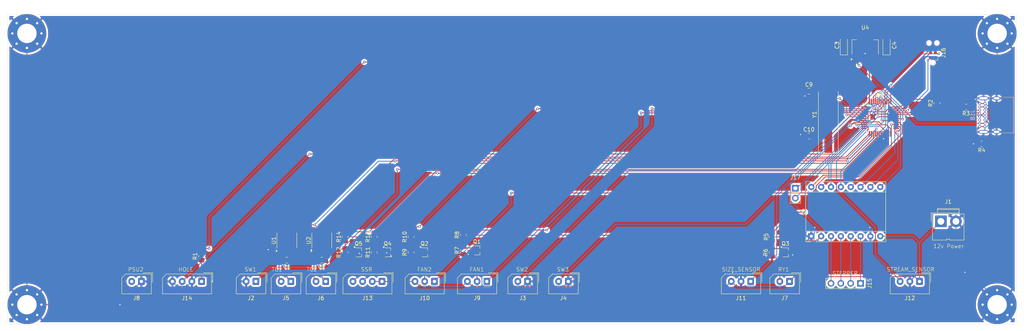
<source format=kicad_pcb>
(kicad_pcb (version 20240108) (generator "pcbnew") (generator_version "8.0")
  (layers (0 "F.Cu" signal) (31 "B.Cu" signal) (34 "B.Paste" user) (35 "F.Paste" user) (36 "B.SilkS" user "B.Silkscreen") (37 "F.SilkS" user "F.Silkscreen") (38 "B.Mask" user) (39 "F.Mask" user) (44 "Edge.Cuts" user))
  (net 0 "")
  (net 1 "Net-(A1-2A)")
  (net 2 "Net-(A1-1A)")
  (net 3 "DIR")
  (net 4 "Net-(A1-2B)")
  (net 5 "MS1")
  (net 6 "{slash}SLEEP")
  (net 7 "{slash}RESET")
  (net 8 "GND")
  (net 9 "{slash}ENABLE")
  (net 10 "+12V")
  (net 11 "STEP")
  (net 12 "Net-(A1-1B)")
  (net 13 "MS2")
  (net 14 "MS3")
  (net 15 "+3.3V")
  (net 16 "+5V")
  (net 17 "Net-(U3-PD0)")
  (net 18 "Net-(U3-PD1)")
  (net 19 "BAG_DOOR_CLOSED")
  (net 20 "END_OF_TRAVEL")
  (net 21 "START_OF_TRAVEL")
  (net 22 "Net-(J5-Pin_1)")
  (net 23 "Net-(J5-Pin_2)")
  (net 24 "Net-(J6-Pin_1)")
  (net 25 "Net-(J6-Pin_2)")
  (net 26 "Net-(J7-Pin_2)")
  (net 28 "Net-(J9-Pin_2)")
  (net 29 "FAN1_SPEED")
  (net 30 "Net-(J10-Pin_2)")
  (net 31 "FAN2_SPEED")
  (net 32 "SIZE")
  (net 33 "STREAM")
  (net 34 "Net-(J13-Pin_4)")
  (net 35 "Net-(J13-Pin_3)")
  (net 36 "Net-(J14-Pin_1)")
  (net 37 "HOLE")
  (net 38 "SWO")
  (net 39 "SWCLK")
  (net 40 "SWDIO")
  (net 41 "JNTRST")
  (net 42 "INDEX")
  (net 43 "DIAG")
  (net 44 "USB_P")
  (net 45 "USB_N")
  (net 46 "Net-(Q1-G)")
  (net 47 "Net-(Q2-G)")
  (net 48 "Net-(Q3-G)")
  (net 49 "Net-(Q4-G)")
  (net 50 "Net-(Q5-G)")
  (net 51 "BELT_MOTOR")
  (net 52 "FAN1_PWR")
  (net 53 "FAN2_PWR")
  (net 54 "UPPER_HEATER")
  (net 55 "LOWER_HEATER")
  (net 56 "SPI_MISO")
  (net 57 "TC_UPPER")
  (net 58 "SPI_SCK")
  (net 59 "TC_LOWER")
  (net 62 "Net-(J18-CC1)")
  (net 63 "Net-(J18-CC2)")
  (footprint "Resistor_SMD:R_0805_2012Metric_Pad1.20x1.40mm_HandSolder" (layer "F.Cu") (at 117.5 71 90)
    (property "Reference" "R10")
    (property "Value" "100")
  )
  (footprint "Connector_Molex:Molex_SPOX_5267-02A_1x02_P2.50mm_Vertical" (layer "F.Cu") (at 95.5 82.5 180)
    (property "Reference" "J6")
    (property "Value" "TC2")
  )
  (footprint "Package_TO_SOT_SMD:SOT-323_SC-70" (layer "F.Cu") (at 104 75)
    (property "Reference" "Q5")
    (property "Value" "BSS214NW")
  )
  (footprint "Resistor_SMD:R_0805_2012Metric_Pad1.20x1.40mm_HandSolder" (layer "F.Cu") (at 100.5 71 90)
    (property "Reference" "R14")
    (property "Value" "100")
  )
  (footprint "Capacitor_Tantalum_SMD:CP_EIA-3216-10_Kemet-I_Pad1.58x1.35mm_HandSolder" (layer "F.Cu") (at 240 21.5625 90)
    (property "Reference" "C4")
    (property "Value" "10uF")
  )
  (footprint "Connector_Molex:Molex_SPOX_5267-02A_1x02_P2.50mm_Vertical" (layer "F.Cu") (at 158 82.5 180)
    (property "Reference" "J4")
    (property "Value" "SW3")
  )
  (footprint "Capacitor_SMD:C_0805_2012Metric_Pad1.18x1.45mm_HandSolder" (layer "F.Cu") (at 85.4625 77 180)
    (property "Reference" "C1")
    (property "Value" "0.1uF")
  )
  (footprint "Resistor_SMD:R_0805_2012Metric_Pad1.20x1.40mm_HandSolder" (layer "F.Cu") (at 210.5 75 90)
    (property "Reference" "R6")
    (property "Value" "100k")
  )
  (footprint "Connector_Molex:Molex_SPOX_5267-04A_1x04_P2.50mm_Vertical" (layer "F.Cu") (at 63.5 82.5 180)
    (property "Reference" "J14")
    (property "Value" "HOLE")
  )
  (footprint "Package_TO_SOT_SMD:SOT-223-3_TabPin2" (layer "F.Cu") (at 234.495 22.045 90)
    (property "Reference" "U4")
    (property "Value" "LT1963AxST-3.3")
  )
  (footprint "Connector_Molex:Molex_SPOX_5267-03A_1x03_P2.50mm_Vertical" (layer "F.Cu") (at 123.5 82.5 180)
    (property "Reference" "J10")
    (property "Value" "FAN2")
  )
  (footprint "Connector:Tag-Connect_TC2030-IDC-NL_2x03_P1.27mm_Vertical" (layer "F.Cu") (at 251.96 23.5 90)
    (property "Reference" "J16")
    (property "Value" "Conn_ARM_SWD_TagConnect_TC2030")
  )
  (footprint "Module:Pololu_Breakout-16_15.2x20.3mm" (layer "F.Cu") (at 220.61 70.84 90)
    (property "Reference" "A1")
    (property "Value" "Pololu_Breakout_A4988")
  )
  (footprint "Capacitor_Tantalum_SMD:CP_EIA-3216-10_Kemet-I_Pad1.58x1.35mm_HandSolder" (layer "F.Cu") (at 229 21.5625 90)
    (property "Reference" "C3")
    (property "Value" "10uF")
  )
  (footprint "Package_TO_SOT_SMD:SOT-323_SC-70" (layer "F.Cu") (at 111.5 75)
    (property "Reference" "Q4")
    (property "Value" "BSS214NW")
  )
  (footprint "Connector_PinHeader_2.54mm:PinHeader_1x04_P2.54mm_Vertical" (layer "F.Cu") (at 233.3 83 -90)
    (property "Reference" "J15")
    (property "Value" "Stepper")
  )
  (footprint "Package_QFP:LQFP-48_7x7mm_P0.5mm" (layer "F.Cu") (at 238.3375 40.25)
    (property "Reference" "U3")
    (property "Value" "STM32F103CBTx")
  )
  (footprint "Package_SO:SOIC-8_3.9x4.9mm_P1.27mm" (layer "F.Cu") (at 94.49 71.935 90)
    (property "Reference" "U2")
    (property "Value" "MAX31855KASA")
  )
  (footprint "Resistor_SMD:R_0805_2012Metric_Pad1.20x1.40mm_HandSolder" (layer "F.Cu") (at 253 36.5 90)
    (property "Reference" "R2")
    (property "Value" "1k5")
  )
  (footprint "Connector_Molex:Molex_SPOX_5267-02A_1x02_P2.50mm_Vertical" (layer "F.Cu") (at 77.5 82.5 180)
    (property "Reference" "J2")
    (property "Value" "SW1")
  )
  (footprint "Resistor_SMD:R_0805_2012Metric_Pad1.20x1.40mm_HandSolder" (layer "F.Cu") (at 131 74.5 90)
    (property "Reference" "R7")
    (property "Value" "100k")
  )
  (footprint "Connector_Molex:Molex_SPOX_5267-02A_1x02_P2.50mm_Vertical" (layer "F.Cu") (at 86.5 82.5 180)
    (property "Reference" "J5")
    (property "Value" "TC1")
  )
  (footprint "Connector_Molex:Molex_SPOX_5267-02A_1x02_P2.50mm_Vertical" (layer "F.Cu") (at 147.5 82.5 180)
    (property "Reference" "J3")
    (property "Value" "SW2")
  )
  (footprint "Resistor_SMD:R_0805_2012Metric_Pad1.20x1.40mm_HandSolder" (layer "F.Cu") (at 108 71 90)
    (property "Reference" "R13")
    (property "Value" "100")
  )
  (footprint "MountingHole:MountingHole_5mm_Pad_Via" (layer "F.Cu") (at 268.5 18.5)
    (property "Reference" "H4" (hide yes))
    (property "Value" "MountingHole_Pad")
  )
  (footprint "Crystal:Crystal_SMD_HC49-SD_HandSoldering" (layer "F.Cu") (at 225 39.4375 90)
    (property "Reference" "Y1")
    (property "Value" "16MHz")
  )
  (footprint "Connector_Molex:Molex_SPOX_5267-03A_1x03_P2.50mm_Vertical" (layer "F.Cu") (at 248.5 82.5 180)
    (property "Reference" "J12")
    (property "Value" "STREAM_SENSOR")
  )
  (footprint "Resistor_SMD:R_0805_2012Metric_Pad1.20x1.40mm_HandSolder" (layer "F.Cu") (at 210.5 71 -90)
    (property "Reference" "R5")
    (property "Value" "100")
  )
  (footprint "MountingHole:MountingHole_5mm_Pad_Via" (layer "F.Cu") (at 18.5 18.5)
    (property "Reference" "H2" (hide yes))
    (property "Value" "MountingHole_Pad")
  )
  (footprint "Resistor_SMD:R_0805_2012Metric_Pad1.20x1.40mm_HandSolder" (layer "F.Cu") (at 131 70.5 90)
    (property "Reference" "R8")
    (property "Value" "100")
  )
  (footprint "Package_TO_SOT_SMD:SOT-323_SC-70" (layer "F.Cu") (at 134.5 74.5)
    (property "Reference" "Q1")
    (property "Value" "BSS214NW")
  )
  (footprint "MountingHole:MountingHole_5mm_Pad_Via" (layer "F.Cu") (at 268.5 88.5)
    (property "Reference" "H5" (hide yes))
    (property "Value" "MountingHole_Pad")
  )
  (footprint "Connector_PinSocket_2.54mm:PinSocket_1x02_P2.54mm_Vertical" (layer "F.Cu") (at 216.5 58.46)
    (property "Reference" "J17")
    (property "Value" "Conn_01x02_Socket")
  )
  (footprint "Package_TO_SOT_SMD:SOT-323_SC-70" (layer "F.Cu") (at 121 75)
    (property "Reference" "Q2")
    (property "Value" "BSS214NW")
  )
  (footprint "Resistor_SMD:R_0805_2012Metric_Pad1.20x1.40mm_HandSolder" (layer "F.Cu") (at 63.5 76 90)
    (property "Reference" "R1")
    (property "Value" "161")
  )
  (footprint "Resistor_SMD:R_0805_2012Metric_Pad1.20x1.40mm_HandSolder" (layer "F.Cu") (at 100.5 75 90)
    (property "Reference" "R12")
    (property "Value" "100k")
  )
  (footprint "Resistor_SMD:R_0805_2012Metric_Pad1.20x1.40mm_HandSolder" (layer "F.Cu") (at 108 75 90)
    (property "Reference" "R11")
    (property "Value" "100k")
  )
  (footprint "Resistor_SMD:R_0805_2012Metric_Pad1.20x1.40mm_HandSolder" (layer "F.Cu") (at 260.5 37.5 180)
    (property "Reference" "R3")
    (property "Value" "5k1")
  )
  (footprint "Connector_Molex:Molex_SPOX_5267-04A_1x04_P2.50mm_Vertical" (layer "F.Cu") (at 110 82.5 180)
    (property "Reference" "J13")
    (property "Value" "SSR")
  )
  (footprint "Resistor_SMD:R_0805_2012Metric_Pad1.20x1.40mm_HandSolder" (layer "F.Cu") (at 264.5 47 180)
    (property "Reference" "R4")
    (property "Value" "5k1")
  )
  (footprint "Resistor_SMD:R_0805_2012Metric_Pad1.20x1.40mm_HandSolder" (layer "F.Cu") (at 117.5 75 90)
    (property "Reference" "R9")
    (property "Value" "100k")
  )
  (footprint "Connector_Molex:Molex_SPOX_5267-03A_1x03_P2.50mm_Vertical" (layer "F.Cu") (at 205 82.5 180)
    (property "Reference" "J11")
    (property "Value" "SIZE_SENSOR")
  )
  (footprint "Package_SO:SOIC-8_3.9x4.9mm_P1.27mm" (layer "F.Cu") (at 85.49 71.935 90)
    (property "Reference" "U1")
    (property "Value" "MAX31855KASA")
  )
  (footprint "Capacitor_SMD:C_0805_2012Metric_Pad1.18x1.45mm_HandSolder" (layer "F.Cu") (at 220 33.4)
    (property "Reference" "C9")
    (property "Value" "20pF")
  )
  (footprint "Connector:JWT_A3963_1x02_P3.96mm_Vertical" (layer "F.Cu") (at 254 67)
    (property "Reference" "J1")
    (property "Value" "12v Power")
  )
  (footprint "Capacitor_SMD:C_0805_2012Metric_Pad1.18x1.45mm_HandSolder" (layer "F.Cu") (at 94.4625 77 180)
    (property "Reference" "C2")
    (property "Value" "0.1uF")
  )
  (footprint "Connector_Molex:Molex_SPOX_5267-03A_1x03_P2.50mm_Vertical" (layer "F.Cu") (at 137 82.5 180)
    (property "Reference" "J9")
    (property "Value" "FAN1")
  )
  (footprint "Capacitor_SMD:C_0805_2012Metric_Pad1.18x1.45mm_HandSolder" (layer "F.Cu") (at 220 44.975)
    (property "Reference" "C10")
    (property "Value" "20pF")
  )
  (footprint "Connector_Molex:Molex_SPOX_5267-02A_1x02_P2.50mm_Vertical" (layer "F.Cu") (at 215 82.5 180)
    (property "Reference" "J7")
    (property "Value" "RY1")
  )
  (footprint "Package_TO_SOT_SMD:SOT-323_SC-70" (layer "F.Cu") (at 214 75)
    (property "Reference" "Q3")
    (property "Value" "BSS214NW")
  )
  (footprint "MountingHole:MountingHole_5mm_Pad_Via" (layer "F.Cu") (at 18.5 88.5)
    (property "Reference" "H3" (hide yes))
    (property "Value" "MountingHole_Pad")
  )
  (footprint "Connector_Molex:Molex_SPOX_5267-02A_1x02_P2.50mm_Vertical" (layer "F.Cu") (at 48 82.5 180)
    (property "Reference" "J8")
    (property "Value" "PSU2")
  )
  (footprint "Connector_USB:USB_C_Receptacle_GCT_USB4085" (layer "B.Cu") (at 264 36.6 -90)
    (property "Reference" "J18")
    (property "Value" "USB_C_Receptacle_USB2.0_14P")
  )
  (gr_rect (start 13.5 13.5) (end 273.5 93.5) (stroke (width 0.05)) (fill none) (layer "Edge.Cuts"))
  (gr_text "SSR" (at 104.5 80 0) (layer "F.SilkS") (effects (font (size 1 1) (thickness 0.1)) (justify left bottom)))
  (gr_text "SW3" (at 155 80 0) (layer "F.SilkS") (effects (font (size 1 1) (thickness 0.1)) (justify left bottom)))
  (gr_text "STREAM_SENSOR" (at 240 80 0) (layer "F.SilkS") (effects (font (size 1 1) (thickness 0.1)) (justify left bottom)))
  (gr_text "SW1" (at 74.5 80 0) (layer "F.SilkS") (effects (font (size 1 1) (thickness 0.1)) (justify left bottom)))
  (gr_text "FAN2" (at 119 80 0) (layer "F.SilkS") (effects (font (size 1 1) (thickness 0.1)) (justify left bottom)))
  (gr_text "RY1" (at 212 80 0) (layer "F.SilkS") (effects (font (size 1 1) (thickness 0.1)) (justify left bottom)))
  (gr_text "FAN1" (at 132.5 80 0) (layer "F.SilkS") (effects (font (size 1 1) (thickness 0.1)) (justify left bottom)))
  (gr_text "PSU2" (at 44.5 80 0) (layer "F.SilkS") (effects (font (size 1 1) (thickness 0.1)) (justify left bottom)))
  (gr_text "SIZE_SENSOR" (at 197.5 80 0) (layer "F.SilkS") (effects (font (size 1 1) (thickness 0.1)) (justify left bottom)))
  (gr_text "TC2" (at 90.5 80 0) (layer "F.SilkS") (effects (font (size 1 1) (thickness 0.1)) (justify left bottom)))
  (gr_text "TC1" (at 81.5 80 0) (layer "F.SilkS") (effects (font (size 1 1) (thickness 0.1)) (justify left bottom)))
  (gr_text "SW2" (at 144.5 80 0) (layer "F.SilkS") (effects (font (size 1 1) (thickness 0.1)) (justify left bottom)))
  (gr_text "12v Power" (at 252 74 0) (layer "F.SilkS") (effects (font (size 1 1) (thickness 0.1)) (justify left bottom)))
  (gr_text "STEPPER" (at 226 81 0) (layer "F.SilkS") (effects (font (size 1 1) (thickness 0.1)) (justify left bottom)))
  (gr_text "HOLE" (at 57.5 80 0) (layer "F.SilkS") (effects (font (size 1 1) (thickness 0.1)) (justify left bottom)))
  (segment (start 230.76 83) (end 230.76 70.85) (width 0.2) (layer "B.Cu") (net 1))
  (segment (start 230.76 70.85) (end 230.77 70.84) (width 0.2) (layer "B.Cu") (net 1))
  (segment (start 228.23 82.99) (end 228.23 70.84) (width 0.2) (layer "B.Cu") (net 2))
  (segment (start 228.22 83) (end 228.23 82.99) (width 0.2) (layer "B.Cu") (net 2))
  (segment (start 240.0875 44.4125) (end 240.0875 45.6887) (width 0.2) (layer "F.Cu") (net 3))
  (segment (start 240.0875 45.6887) (end 230.6946 55.0816) (width 0.2) (layer "F.Cu") (net 3))
  (segment (start 223.6683 55.0816) (end 223.6683 55.0817) (width 0.2) (layer "F.Cu") (net 3))
  (segment (start 223.6683 55.0817) (end 220.61 58.14) (width 0.2) (layer "F.Cu") (net 3))
  (segment (start 230.6946 55.0816) (end 223.6683 55.0816) (width 0.2) (layer "F.Cu") (net 3))
  (segment (start 233.3 83) (end 233.31 82.99) (width 0.2) (layer "B.Cu") (net 4))
  (segment (start 233.31 82.99) (end 233.31 70.84) (width 0.2) (layer "B.Cu") (net 4))
  (segment (start 242.6929 44.5753) (end 242.9249 44.5753) (width 0.2) (layer "F.Cu") (net 5))
  (segment (start 242.5 43) (end 242.1004 43.3996) (width 0.2) (layer "F.Cu") (net 5))
  (segment (start 242.1004 43.3996) (end 242.1004 43.9828) (width 0.2) (layer "F.Cu") (net 5))
  (segment (start 242.1004 43.9828) (end 242.6929 44.5753) (width 0.2) (layer "F.Cu") (net 5))
  (via (at 242.9249 44.5753) (size 0.6) (drill 0.3) (layers "F.Cu" "B.Cu") (net 5))
  (segment (start 242.9249 44.5753) (end 242.9249 51.0651) (width 0.2) (layer "B.Cu") (net 5))
  (segment (start 242.9249 51.0651) (end 235.85 58.14) (width 0.2) (layer "B.Cu") (net 5))
  (segment (start 237.0875 36.0875) (end 237.0875 35.2204) (width 0.2) (layer "F.Cu") (net 6))
  (segment (start 237.0875 35.2204) (end 237.4688 34.8391) (width 0.2) (layer "F.Cu") (net 6))
  (via (at 237.4688 34.8391) (size 0.6) (drill 0.3) (layers "F.Cu" "B.Cu") (net 6))
  (segment (start 237.9254 42.537) (end 235.2005 42.537) (width 0.2) (layer "B.Cu") (net 6))
  (segment (start 235.2005 42.537) (end 225.69 52.0475) (width 0.2) (layer "B.Cu") (net 6))
  (segment (start 237.4688 34.8391) (end 239.3845 36.7548) (width 0.2) (layer "B.Cu") (net 6))
  (segment (start 239.3845 41.0779) (end 237.9254 42.537) (width 0.2) (layer "B.Cu") (net 6))
  (segment (start 225.69 52.0475) (end 225.69 58.14) (width 0.2) (layer "B.Cu") (net 6))
  (segment (start 239.3845 36.7548) (end 239.3845 41.0779) (width 0.2) (layer "B.Cu") (net 6))
  (segment (start 238.0875 35.2992) (end 238.54 34.8467) (width 0.2) (layer "F.Cu") (net 7))
  (segment (start 238.0875 36.0875) (end 238.0875 35.2992) (width 0.2) (layer "F.Cu") (net 7))
  (via (at 238.54 34.8467) (size 0.6) (drill 0.3) (layers "F.Cu" "B.Cu") (net 7))
  (segment (start 238.54 34.8467) (end 239.7862 36.0929) (width 0.2) (layer "B.Cu") (net 7))
  (segment (start 228.23 53.9913) (end 228.23 58.14) (width 0.2) (layer "B.Cu") (net 7))
  (segment (start 239.7862 42.4351) (end 228.23 53.9913) (width 0.2) (layer "B.Cu") (net 7))
  (segment (start 239.7862 36.0929) (end 239.7862 42.4351) (width 0.2) (layer "B.Cu") (net 7))
  (segment (start 240.5875 43.4598) (end 240.2888 43.1611) (width 0.2) (layer "F.Cu") (net 8))
  (segment (start 218.9625 44.975) (end 218.5747 44.5872) (width 0.2) (layer "F.Cu") (net 8))
  (segment (start 103 75.65) (end 103.3823 75.2677) (width 0.2) (layer "F.Cu") (net 8))
  (segment (start 213 75.65) (end 215.8 75.65) (width 0.2) (layer "F.Cu") (net 8))
  (segment (start 241.6086 80.161) (end 241.1019 80.6677) (width 0.2) (layer "F.Cu") (net 8))
  (segment (start 258.5625 36.5625) (end 246.2815 36.5625) (width 0.2) (layer "F.Cu") (net 8))
  (segment (start 268.36 35.25) (end 264.98 35.25) (width 0.2) (layer "F.Cu") (net 8))
  (segment (start 237.5875 36.8581) (end 237.5875 36.0875) (width 0.2) (layer "F.Cu") (net 8))
  (segment (start 93.425 77) (end 93.425 78.1838) (width 0.2) (layer "F.Cu") (net 8))
  (segment (start 133.15 75.5) (end 133.5 75.15) (width 0.2) (layer "F.Cu") (net 8))
  (segment (start 129.9612 74.4612) (end 121.1888 74.4612) (width 0.2) (layer "F.Cu") (net 8))
  (segment (start 132.2218 75.5) (end 133.15 75.5) (width 0.2) (layer "F.Cu") (net 8))
  (segment (start 229 20.125) (end 230.23 18.895) (width 0.2) (layer "F.Cu") (net 8))
  (segment (start 239.0875 44.4125) (end 239.0875 45.5104) (width 0.2) (layer "F.Cu") (net 8))
  (segment (start 232.8201 41) (end 232.7033 40.8832) (width 0.2) (layer "F.Cu") (net 8))
  (segment (start 247.5451 80.161) (end 241.6086 80.161) (width 0.2) (layer "F.Cu") (net 8))
  (segment (start 261.5045 35.4955) (end 262.8955 35.4955) (width 0.2) (layer "F.Cu") (net 8))
  (segment (start 84.3877 78.237) (end 84.425 78.1997) (width 0.2) (layer "F.Cu") (net 8))
  (segment (start 265.35 36.6) (end 264 36.6) (width 0.2) (layer "F.Cu") (net 8))
  (segment (start 110.6667 75.65) (end 110.5 75.65) (width 0.2) (layer "F.Cu") (net 8))
  (segment (start 252.595 22.23) (end 264.77 22.23) (width 0.2) (layer "F.Cu") (net 8))
  (segment (start 244.844 38) (end 242.5 38) (width 0.2) (layer "F.Cu") (net 8))
  (segment (start 200.3313 80.1615) (end 160.3385 80.1615) (width 0.2) (layer "F.Cu") (net 8))
  (segment (start 102.65 76) (end 103 75.65) (width 0.2) (layer "F.Cu") (net 8))
  (segment (start 241.6182 38) (end 240.5452 39.073) (width 0.2) (layer "F.Cu") (net 8))
  (segment (start 234.175 41) (end 232.8201 41) (width 0.2) (layer "F.Cu") (net 8))
  (segment (start 103.3823 75.2677) (end 104.1384 75.2677) (width 0.2) (layer "F.Cu") (net 8))
  (segment (start 236.0875 36.0875) (end 236.0875 36.8713) (width 0.2) (layer "F.Cu") (net 8))
  (segment (start 265.35 42.55) (end 264 42.55) (width 0.2) (layer "F.Cu") (net 8))
  (segment (start 132.2218 75.5) (end 131 75.5) (width 0.2) (layer "F.Cu") (net 8))
  (segment (start 84.425 78.1997) (end 84.425 77) (width 0.2) (layer "F.Cu") (net 8))
  (segment (start 230.23 18.895) (end 234.495 18.895) (width 0.2) (layer "F.Cu") (net 8))
  (segment (start 75 82.5) (end 66.2617 82.5) (width 0.2) (layer "F.Cu") (net 8))
  (segment (start 120 75.65) (end 119.65 76) (width 0.2) (layer "F.Cu") (net 8))
  (segment (start 208.9931 76) (end 210.5 76) (width 0.2) (layer "F.Cu") (net 8))
  (segment (start 259.5 37.5) (end 261.5045 35.4955) (width 0.2) (layer "F.Cu") (net 8))
  (segment (start 234.495 18.895) (end 238.77 18.895) (width 0.2) (layer "F.Cu") (net 8))
  (segment (start 210.5 76) (end 210.8926 76.3926) (width 0.2) (layer "F.Cu") (net 8))
  (segment (start 240.5875 44.4125) (end 240.5875 43.4598) (width 0.2) (layer "F.Cu") (net 8))
  (segment (start 228.2998 20.8252) (end 229 20.125) (width 0.2) (layer "F.Cu") (net 8))
  (segment (start 236.3432 37.127) (end 237.051 37.127) (width 0.2) (layer "F.Cu") (net 8))
  (segment (start 96.8581 76) (end 100.5 76) (width 0.2) (layer "F.Cu") (net 8))
  (segment (start 160.3385 80.1615) (end 158 82.5) (width 0.2) (layer "F.Cu") (net 8))
  (segment (start 210.8926 76.3926) (end 211.7995 76.3926) (width 0.2) (layer "F.Cu") (net 8))
  (segment (start 80.6953 74.2924) (end 83.4674 74.2924) (width 0.2) (layer "F.Cu") (net 8))
  (segment (start 91.7704 74.2924) (end 92.4674 74.2924) (width 0.2) (layer "F.Cu") (net 8))
  (segment (start 237.3186 37.127) (end 237.5875 36.8581) (width 0.2) (layer "F.Cu") (net 8))
  (segment (start 245.6011 37.2429) (end 244.844 38) (width 0.2) (layer "F.Cu") (net 8))
  (segment (start 236.0875 36.8713) (end 236.3432 37.127) (width 0.2) (layer "F.Cu") (net 8))
  (segment (start 111.2025 75.1142) (end 110.6667 75.65) (width 0.2) (layer "F.Cu") (net 8))
  (segment (start 110.15 76) (end 110.5 75.65) (width 0.2) (layer "F.Cu") (net 8))
  (segment (start 246.2815 36.5625) (end 245.6011 37.2429) (width 0.2) (layer "F.Cu") (net 8))
  (segment (start 227.039 20.8252) (end 228.2998 20.8252) (width 0.2) (layer "F.Cu") (net 8))
  (segment (start 100.5 76) (end 102.65 76) (width 0.2) (layer "F.Cu") (net 8))
  (segment (start 237.051 37.127) (end 237.3186 37.127) (width 0.2) (layer "F.Cu") (net 8))
  (segment (start 238.77 18.895) (end 240 20.125) (width 0.2) (layer "F.Cu") (net 8))
  (segment (start 240.5452 39.073) (end 240.3097 39.3085) (width 0.2) (layer "F.Cu") (net 8))
  (segment (start 260.2215 80.161) (end 247.5451 80.161) (width 0.2) (layer "F.Cu") (net 8))
  (segment (start 92.4674 74.2924) (end 92.585 74.41) (width 0.2) (layer "F.Cu") (net 8))
  (segment (start 117.5 76) (end 112.3723 76) (width 0.2) (layer "F.Cu") (net 8))
  (segment (start 240.3097 39.3085) (end 236.6322 39.3085) (width 0.2) (layer "F.Cu") (net 8))
  (segment (start 218.5747 44.5872) (end 217.8567 44.5872) (width 0.2) (layer "F.Cu") (net 8))
  (segment (start 259.5 37.5) (end 258.5625 36.5625) (width 0.2) (layer "F.Cu") (net 8))
  (segment (start 234.495 23.6788) (end 234.495 25.195) (width 0.2) (layer "F.Cu") (net 8))
  (segment (start 218.9625 34.6433) (end 218.9625 33.4) (width 0.2) (layer "F.Cu") (net 8))
  (segment (start 121.1888 74.4612) (end 120 75.65) (width 0.2) (layer "F.Cu") (net 8))
  (segment (start 131 75.5) (end 129.9612 74.4612) (width 0.2) (layer "F.Cu") (net 8))
  (segment (start 93.425 78.1838) (end 93.374 78.2348) (width 0.2) (layer "F.Cu") (net 8))
  (segment (start 42.4785 88.5) (end 22.25 88.5) (width 0.2) (layer "F.Cu") (net 8))
  (segment (start 242.5 38) (end 241.6182 38) (width 0.2) (layer "F.Cu") (net 8))
  (segment (start 83.4674 74.2924) (end 83.585 74.41) (width 0.2) (layer "F.Cu") (net 8))
  (segment (start 48 82.5) (end 56 82.5) (width 0.2) (layer "F.Cu") (net 8))
  (segment (start 237.051 37.127) (end 237.051 37.3471) (width 0.2) (layer "F.Cu") (net 8))
  (segment (start 263.5 47) (end 262.3883 47) (width 0.2) (layer "F.Cu") (net 8))
  (segment (start 239.0875 45.5104) (end 239.2512 45.6741) (width 0.2) (layer "F.Cu") (net 8))
  (segment (start 119.65 76) (end 117.5 76) (width 0.2) (layer "F.Cu") (net 8))
  (segment (start 264.77 22.23) (end 265.8484 21.1516) (width 0.2) (layer "F.Cu") (net 8))
  (segment (start 108 76) (end 110.15 76) (width 0.2) (layer "F.Cu") (net 8))
  (segment (start 235.65 68.5749) (end 221.4908 68.5749) (width 0.2) (layer "F.Cu") (net 8))
  (via (at 227.039 20.8252) (size 0.6) (drill 0.3) (layers "F.Cu" "B.Cu") (net 8))
  (via (at 247.5451 80.161) (size 0.6) (drill 0.3) (layers "F.Cu" "B.Cu") (net 8))
  (via (at 241.1019 80.6677) (size 0.6) (drill 0.3) (layers "F.Cu" "B.Cu") (net 8))
  (via (at 208.9931 76) (size 0.6) (drill 0.3) (layers "F.Cu" "B.Cu") (net 8))
  (via (at 232.7033 40.8832) (size 0.6) (drill 0.3) (layers "F.Cu" "B.Cu") (net 8))
  (via (at 217.8567 44.5872) (size 0.6) (drill 0.3) (layers "F.Cu" "B.Cu") (net 8))
  (via (at 91.7704 74.2924) (size 0.6) (drill 0.3) (layers "F.Cu" "B.Cu") (net 8))
  (via (at 112.3723 76) (size 0.6) (drill 0.3) (layers "F.Cu" "B.Cu") (net 8))
  (via (at 262.8955 35.4955) (size 0.6) (drill 0.3) (layers "F.Cu" "B.Cu") (net 8))
  (via (at 262.3883 47) (size 0.6) (drill 0.3) (layers "F.Cu" "B.Cu") (net 8))
  (via (at 236.6322 39.3085) (size 0.6) (drill 0.3) (layers "F.Cu" "B.Cu") (net 8))
  (via (at 239.2512 45.6741) (size 0.6) (drill 0.3) (layers "F.Cu" "B.Cu") (net 8))
  (via (at 215.8 75.65) (size 0.6) (drill 0.3) (layers "F.Cu" "B.Cu") (net 8))
  (via (at 111.2025 75.1142) (size 0.6) (drill 0.3) (layers "F.Cu" "B.Cu") (net 8))
  (via (at 235.65 68.5749) (size 0.6) (drill 0.3) (layers "F.Cu" "B.Cu") (net 8))
  (via (at 66.2617 82.5) (size 0.6) (drill 0.3) (layers "F.Cu" "B.Cu") (net 8))
  (via (at 245.6011 37.2429) (size 0.6) (drill 0.3) (layers "F.Cu" "B.Cu") (net 8))
  (via (at 237.051 37.3471) (size 0.6) (drill 0.3) (layers "F.Cu" "B.Cu") (net 8))
  (via (at 93.374 78.2348) (size 0.6) (drill 0.3) (layers "F.Cu" "B.Cu") (net 8))
  (via (at 96.8581 76) (size 0.6) (drill 0.3) (layers "F.Cu" "B.Cu") (net 8))
  (via (at 218.9625 34.6433) (size 0.6) (drill 0.3) (layers "F.Cu" "B.Cu") (net 8))
  (via (at 211.7995 76.3926) (size 0.6) (drill 0.3) (layers "F.Cu" "B.Cu") (net 8))
  (via (at 42.4785 88.5) (size 0.6) (drill 0.3) (layers "F.Cu" "B.Cu") (net 8))
  (via (at 84.3877 78.237) (size 0.6) (drill 0.3) (layers "F.Cu" "B.Cu") (net 8))
  (via (at 260.2215 80.161) (size 0.6) (drill 0.3) (layers "F.Cu" "B.Cu") (net 8))
  (via (at 221.4908 68.5749) (size 0.6) (drill 0.3) (layers "F.Cu" "B.Cu") (net 8))
  (via (at 104.1384 75.2677) (size 0.6) (drill 0.3) (layers "F.Cu" "B.Cu") (net 8))
  (via (at 240.2888 43.1611) (size 0.6) (drill 0.3) (layers "F.Cu" "B.Cu") (net 8))
  (via (at 132.2218 75.5) (size 0.6) (drill 0.3) (layers "F.Cu" "B.Cu") (net 8))
  (via (at 234.495 23.6788) (size 0.6) (drill 0.3) (layers "F.Cu" "B.Cu") (net 8))
  (via (at 240.5452 39.073) (size 0.6) (drill 0.3) (layers "F.Cu" "B.Cu") (net 8))
  (via (at 80.6953 74.2924) (size 0.6) (drill 0.3) (layers "F.Cu" "B.Cu") (net 8))
  (via (at 200.3313 80.1615) (size 0.6) (drill 0.3) (layers "F.Cu" "B.Cu") (net 8))
  (segment (start 91.7704 75.0942) (end 87.2783 75.0942) (width 0.2) (layer "B.Cu") (net 8))
  (segment (start 21.1517 85.8483) (end 22.25 86.9466) (width 0.2) (layer "B.Cu") (net 8))
  (segment (start 236.8612 76.0026) (end 235.85 74.9914) (width 0.2) (layer "B.Cu") (net 8))
  (segment (start 267.4016 19.5984) (end 268.5 18.5) (width 0.2) (layer "B.Cu") (net 8))
  (segment (start 202.5 82.5) (end 202.5 82.4931) (width 0.2) (layer "B.Cu") (net 8))
  (segment (start 111.2025 75.2677) (end 104.1384 75.2677) (width 0.2) (layer "B.Cu") (net 8))
  (segment (start 265.8484 15.8483) (end 267.4017 15.8483) (width 0.2) (layer "B.Cu") (net 8))
  (segment (start 227.039 20.8252) (end 231.6414 20.8252) (width 0.2) (layer "B.Cu") (net 8))
  (segment (start 17.4016 21.1516) (end 18.5 22.25) (width 0.2) (layer "B.Cu") (net 8))
  (segment (start 237.051 37.465) (end 236.1215 37.465) (width 0.2) (layer "B.Cu") (net 8))
  (segment (start 235.85 68.7749) (end 235.85 70.84) (width 0.2) (layer "B.Cu") (net 8))
  (segment (start 15.8484 15.8483) (end 17.4017 15.8483) (width 0.2) (layer "B.Cu") (net 8))
  (segment (start 18.5 84.75) (end 20.0534 84.75) (width 0.2) (layer "B.Cu") (net 8))
  (segment (start 217.8567 44.5872) (end 218.9625 43.4814) (width 0.2) (layer "B.Cu") (net 8))
  (segment (start 265.4534 36.6) (end 265.35 36.6) (width 0.2) (layer "B.Cu") (net 8))
  (segment (start 61 82.5) (end 59.7578 83.7422) (width 0.2) (layer "B.Cu") (net 8))
  (segment (start 265.8484 21.1516) (end 267.4016 21.1516) (width 0.2) (layer "B.Cu") (net 8))
  (segment (start 146.2331 83.7669) (end 136.2071 83.7669) (width 0.2) (layer "B.Cu") (net 8))
  (segment (start 246 82.5) (end 247.5451 80.9549) (width 0.2) (layer "B.Cu") (net 8))
  (segment (start 265.894 42.55) (end 266.452 41.992) (width 0.2) (layer "B.Cu") (net 8))
  (segment (start 268.36 35.25) (end 268.5 35.11) (width 0.2) (layer "B.Cu") (net 8))
  (segment (start 75 79.9877) (end 80.6953 74.2924) (width 0.2) (layer "B.Cu") (net 8))
  (segment (start 235.85 74.9914) (end 235.85 70.84) (width 0.2) (layer "B.Cu") (net 8))
  (segment (start 215.0574 76.3926) (end 215.8 75.65) (width 0.2) (layer "B.Cu") (net 8))
  (segment (start 264.75 18.5) (end 265.8484 17.4016) (width 0.2) (layer "B.Cu") (net 8))
  (segment (start 18.5 84.75) (end 18.5 22.25) (width 0.2) (layer "B.Cu") (net 8))
  (segment (start 264.98 43.9) (end 265.35 43.53) (width 0.2) (layer "B.Cu") (net 8))
  (segment (start 265.8484 87.4016) (end 265.8484 85.8483) (width 0.2) (layer "B.Cu") (net 8))
  (segment (start 231.6414 20.8252) (end 234.495 23.6788) (width 0.2) (layer "B.Cu") (net 8))
  (segment (start 234.495 26.1368) (end 245.6011 37.2429) (width 0.2) (layer "B.Cu") (net 8))
  (segment (start 272.25 20.0533) (end 272.25 18.5) (width 0.2) (layer "B.Cu") (net 8))
  (segment (start 91.7704 74.2924) (end 91.7704 75.0942) (width 0.2) (layer "B.Cu") (net 8))
  (segment (start 265.8484 91.1516) (end 267.4016 91.1516) (width 0.2) (layer "B.Cu") (net 8))
  (segment (start 266.452 37.5986) (end 265.4534 36.6) (width 0.2) (layer "B.Cu") (net 8))
  (segment (start 257.88 51.5083) (end 257.88 67) (width 0.2) (layer "B.Cu") (net 8))
  (segment (start 266.452 41.992) (end 266.452 37.5986) (width 0.2) (layer "B.Cu") (net 8))
  (segment (start 264.98 43.9) (end 264.98 44.4083) (width 0.2) (layer "B.Cu") (net 8))
  (segment (start 93.374 76) (end 93.374 78.2348) (width 0.2) (layer "B.Cu") (net 8))
  (segment (start 156.7362 83.7638) (end 148.7638 83.7638) (width 0.2) (layer "B.Cu") (net 8))
  (segment (start 21.1517 15.8483) (end 22.25 16.9466) (width 0.2) (layer "B.Cu") (net 8))
  (segment (start 202.5815 82.4116) (end 208.9931 76) (width 0.2) (layer "B.Cu") (net 8))
  (segment (start 267.4016 21.1516) (end 267.4016 19.5984) (width 0.2) (layer "B.Cu") (net 8))
  (segment (start 237.11 38.8307) (end 237.11 37.524) (width 0.2) (layer "B.Cu") (net 8))
  (segment (start 237.0026 76.0026) (end 236.8612 76.0026) (width 0.2) (layer "B.Cu") (net 8))
  (segment (start 75 82.5) (end 75 79.9877) (width 0.2) (layer "B.Cu") (net 8))
  (segment (start 236.6322 39.3085) (end 237.11 38.8307) (width 0.2) (layer "B.Cu") (net 8))
  (segment (start 247.5451 80.9549) (end 247.5451 80.161) (width 0.2) (layer "B.Cu") (net 8))
  (segment (start 271.1517 15.8483) (end 272.25 16.9466) (width 0.2) (layer "B.Cu") (net 8))
  (segment (start 17.4016 19.5984) (end 18.5 18.5) (width 0.2) (layer "B.Cu") (net 8))
  (segment (start 211.7995 76.3926) (end 215.0574 76.3926) (width 0.2) (layer "B.Cu") (net 8))
  (segment (start 240.5452 39.073) (end 240.2888 39.3294) (width 0.2) (layer "B.Cu") (net 8))
  (segment (start 136.2071 83.7669) (end 135.7494 83.3092) (width 0.2) (layer "B.Cu") (net 8))
  (segment (start 111.9348 76) (end 112.3723 76) (width 0.2) (layer "B.Cu") (net 8))
  (segment (start 17.4016 91.1516) (end 18.5 92.25) (width 0.2) (layer "B.Cu") (net 8))
  (segment (start 218.9625 28.9017) (end 227.039 20.8252) (width 0.2) (layer "B.Cu") (net 8))
  (segment (start 268.5 14.75) (end 270.0534 14.75) (width 0.2) (layer "B.Cu") (net 8))
  (segment (start 22.25 20.0533) (end 22.25 18.5) (width 0.2) (layer "B.Cu") (net 8))
  (segment (start 48 82.5) (end 42.4785 88.0215) (width 0.2) (layer "B.Cu") (net 8))
  (segment (start 61 82.5) (end 62.2426 81.2574) (width 0.2) (layer "B.Cu") (net 8))
  (segment (start 239.785 78.9678) (end 239.8351 78.9177) (width 0.2) (layer "B.Cu") (net 8))
  (segment (start 92.4682 75.0942) (end 91.7704 75.0942) (width 0.2) (layer "B.Cu") (net 8))
  (segment (start 237.11 37.524) (end 237.051 37.465) (width 0.2) (layer "B.Cu") (net 8))
  (segment (start 240.2888 39.3294) (end 240.2888 43.1611) (width 0.2) (layer "B.Cu") (net 8))
  (segment (start 257.88 76.7816) (end 260.7405 79.642) (width 0.2) (layer "B.Cu") (net 8))
  (segment (start 17.4016 91.1516) (end 17.4016 89.5984) (width 0.2) (layer "B.Cu") (net 8))
  (segment (start 271.1517 91.1516) (end 272.25 90.0533) (width 0.2) (layer "B.Cu") (net 8))
  (segment (start 265.8484 84.75) (end 268.5 84.75) (width 0.2) (layer "B.Cu") (net 8))
  (segment (start 135.7494 79.0276) (end 132.2218 75.5) (width 0.2) (layer "B.Cu") (net 8))
  (segment (start 15.8484 85.8483) (end 17.4017 85.8483) (width 0.2) (layer "B.Cu") (net 8))
  (segment (start 267.4017 15.8483) (end 268.5 14.75) (width 0.2) (layer "B.Cu") (net 8))
  (segment (start 17.4016 89.5984) (end 18.5 88.5) (width 0.2) (layer "B.Cu") (net 8))
  (segment (start 265.35 43.53) (end 265.35 42.55) (width 0.2) (layer "B.Cu") (net 8))
  (segment (start 59.7578 83.7422) (end 57.2422 83.7422) (width 0.2) (layer "B.Cu") (net 8))
  (segment (start 14.75 88.5) (end 15.8484 87.4016) (width 0.2) (layer "B.Cu") (net 8))
  (segment (start 202.5 82.4931) (end 202.5815 82.4116) (width 0.2) (layer "B.Cu") (net 8))
  (segment (start 239.785 79.3508) (end 239.785 78.9678) (width 0.2) (layer "B.Cu") (net 8))
  (segment (start 260.7405 79.642) (end 260.2215 80.161) (width 0.2) (layer "B.Cu") (net 8))
  (segment (start 15.8484 21.1516) (end 17.4016 21.1516) (width 0.2) (layer "B.Cu") (net 8))
  (segment (start 93.374 76) (end 92.4682 75.0942) (width 0.2) (layer "B.Cu") (net 8))
  (segment (start 268.5 35.11) (end 268.5 22.25) (width 0.2) (layer "B.Cu") (net 8))
  (segment (start 218.9625 43.4814) (end 218.9625 34.6433) (width 0.2) (layer "B.Cu") (net 8))
  (segment (start 20.0534 14.75) (end 21.1517 15.8483) (width 0.2) (layer "B.Cu") (net 8))
  (segment (start 22.25 86.9466) (end 22.25 88.5) (width 0.2) (layer "B.Cu") (net 8))
  (segment (start 235.65 68.5749) (end 235.85 68.7749) (width 0.2) (layer "B.Cu") (net 8))
  (segment (start 17.4017 85.8483) (end 18.5 84.75) (width 0.2) (layer "B.Cu") (net 8))
  (segment (start 268.5 84.75) (end 270.0534 84.75) (width 0.2) (layer "B.Cu") (net 8))
  (segment (start 15.8484 91.1516) (end 17.4016 91.1516) (width 0.2) (layer "B.Cu") (net 8))
  (segment (start 17.4017 15.8483) (end 18.5 14.75) (width 0.2) (layer "B.Cu") (net 8))
  (segment (start 265.8484 85.8483) (end 265.8484 84.75) (width 0.2) (layer "B.Cu") (net 8))
  (segment (start 62.2426 81.2574) (end 65.0191 81.2574) (width 0.2) (layer "B.Cu") (net 8))
  (segment (start 135.7494 83.3092) (end 135.7494 79.0276) (width 0.2) (layer "B.Cu") (net 8))
  (segment (start 111.2025 75.2677) (end 111.9348 76) (width 0.2) (layer "B.Cu") (net 8))
  (segment (start 262.8955 35.4955) (end 264 36.6) (width 0.2) (layer "B.Cu") (net 8))
  (segment (start 220.61 70.84) (end 215.8 75.65) (width 0.2) (layer "B.Cu") (net 8))
  (segment (start 240.2888 44.6365) (end 239.2512 45.6741) (width 0.2) (layer "B.Cu") (net 8))
  (segment (start 18.5 14.75) (end 20.0534 14.75) (width 0.2) (layer "B.Cu") (net 8))
  (segment (start 257.88 67) (end 257.88 76.7816) (width 0.2) (layer "B.Cu") (net 8))
  (segment (start 272.25 16.9466) (end 272.25 18.5) (width 0.2) (layer "B.Cu") (net 8))
  (segment (start 265.8484 17.4016) (end 265.8484 15.8483) (width 0.2) (layer "B.Cu") (net 8))
  (segment (start 65.0191 81.2574) (end 66.2617 82.5) (width 0.2) (layer "B.Cu") (net 8))
  (segment (start 21.1517 21.1516) (end 22.25 20.0533) (width 0.2) (layer "B.Cu") (net 8))
  (segment (start 265.8484 19.5984) (end 265.8484 21.1516) (width 0.2) (layer "B.Cu") (net 8))
  (segment (start 264.75 88.5) (end 265.8484 89.5984) (width 0.2) (layer "B.Cu") (net 8))
  (segment (start 158 82.5) (end 156.7362 83.7638) (width 0.2) (layer "B.Cu") (net 8))
  (segment (start 267.4016 91.1516) (end 267.4016 89.5984) (width 0.2) (layer "B.Cu") (net 8))
  (segment (start 84.3877 77.9848) (end 84.3877 78.237) (width 0.2) (layer "B.Cu") (net 8))
  (segment (start 218.9625 34.6433) (end 218.9625 28.9017) (width 0.2) (layer "B.Cu") (net 8))
  (segment (start 14.75 18.5) (end 15.8484 19.5984) (width 0.2) (layer "B.Cu") (net 8))
  (segment (start 264.98 44.4083) (end 262.3883 47) (width 0.2) (layer "B.Cu") (net 8))
  (segment (start 15.8484 89.5984) (end 15.8484 91.1516) (width 0.2) (layer "B.Cu") (net 8))
  (segment (start 111.2025 75.1142) (end 111.2025 75.2677) (width 0.2) (layer "B.Cu") (net 8))
  (segment (start 20.0534 84.75) (end 21.1517 85.8483) (width 0.2) (layer "B.Cu") (net 8))
  (segment (start 264.75 18.5) (end 265.8484 19.5984) (width 0.2) (layer "B.Cu") (net 8))
  (segment (start 57.2422 83.7422) (end 56 82.5) (width 0.2) (layer "B.Cu") (net 8))
  (segment (start 268.36 43.9) (end 266.452 41.992) (width 0.2) (layer "B.Cu") (net 8))
  (segment (start 271.1517 21.1516) (end 272.25 20.0533) (width 0.2) (layer "B.Cu") (net 8))
  (segment (start 22.25 90.0533) (end 22.25 88.5) (width 0.2) (layer "B.Cu") (net 8))
  (segment (start 272.25 86.9466) (end 272.25 88.5) (width 0.2) (layer "B.Cu") (net 8))
  (segment (start 262.3883 47) (end 257.88 51.5083) (width 0.2) (layer "B.Cu") (net 8))
  (segment (start 42.4785 88.0215) (end 42.4785 88.5) (width 0.2) (layer "B.Cu") (net 8))
  (segment (start 15.8484 87.4016) (end 15.8484 85.8483) (width 0.2) (layer "B.Cu") (net 8))
  (segment (start 241.1019 80.6677) (end 239.785 79.3508) (width 0.2) (layer "B.Cu") (net 8))
  (segment (start 236.1215 37.465) (end 232.7033 40.8832) (width 0.2) (layer "B.Cu") (net 8))
  (segment (start 22.25 16.9466) (end 22.25 18.5) (width 0.2) (layer "B.Cu") (net 8))
  (segment (start 237.051 37.465) (end 237.051 37.3471) (width 0.2) (layer "B.Cu") (net 8))
  (segment (start 272.25 90.0533) (end 272.25 88.5) (width 0.2) (layer "B.Cu") (net 8))
  (segment (start 270.0534 14.75) (end 271.1517 15.8483) (width 0.2) (layer "B.Cu") (net 8))
  (segment (start 267.4016 91.1516) (end 268.5 92.25) (width 0.2) (layer "B.Cu") (net 8))
  (segment (start 202.5815 82.4116) (end 200.3313 80.1615) (width 0.2) (layer "B.Cu") (net 8))
  (segment (start 17.4016 21.1516) (end 17.4016 19.5984) (width 0.2) (layer "B.Cu") (net 8))
  (segment (start 265.35 42.55) (end 265.894 42.55) (width 0.2) (layer "B.Cu") (net 8))
  (segment (start 271.1517 85.8483) (end 272.25 86.9466) (width 0.2) (layer "B.Cu") (net 8))
  (segment (start 239.8351 78.9177) (end 239.8351 78.8351) (width 0.2) (layer "B.Cu") (net 8))
  (segment (start 221.4908 69.9592) (end 221.4908 68.5749) (width 0.2) (layer "B.Cu") (net 8))
  (segment (start 147.5 82.5) (end 146.2331 83.7669) (width 0.2) (layer "B.Cu") (net 8))
  (segment (start 21.1517 91.1516) (end 22.25 90.0533) (width 0.2) (layer "B.Cu") (net 8))
  (segment (start 270.0534 84.75) (end 271.1517 85.8483) (width 0.2) (layer "B.Cu") (net 8))
  (segment (start 234.495 23.6788) (end 234.495 26.1368) (width 0.2) (layer "B.Cu") (net 8))
  (segment (start 15.8484 17.4016) (end 15.8484 15.8483) (width 0.2) (layer "B.Cu") (net 8))
  (segment (start 267.4016 21.1516) (end 268.5 22.25) (width 0.2) (layer "B.Cu") (net 8))
  (segment (start 220.61 70.84) (end 221.4908 69.9592) (width 0.2) (layer "B.Cu") (net 8))
  (segment (start 265.35 35.62) (end 265.35 36.6) (width 0.2) (layer "B.Cu") (net 8))
  (segment (start 80.6953 74.2924) (end 84.3877 77.9848) (width 0.2) (layer "B.Cu") (net 8))
  (segment (start 267.4016 89.5984) (end 268.5 88.5) (width 0.2) (layer "B.Cu") (net 8))
  (segment (start 265.8484 89.5984) (end 265.8484 91.1516) (width 0.2) (layer "B.Cu") (net 8))
  (segment (start 260.7405 79.642) (end 265.8484 84.75) (width 0.2) (layer "B.Cu") (net 8))
  (segment (start 87.2783 75.0942) (end 84.3877 77.9848) (width 0.2) (layer "B.Cu") (net 8))
  (segment (start 264.75 88.5) (end 265.8484 87.4016) (width 0.2) (layer "B.Cu") (net 8))
  (segment (start 14.75 18.5) (end 15.8484 17.4016) (width 0.2) (layer "B.Cu") (net 8))
  (segment (start 240.2888 43.1611) (end 240.2888 44.6365) (width 0.2) (layer "B.Cu") (net 8))
  (segment (start 264.98 35.25) (end 265.35 35.62) (width 0.2) (layer "B.Cu") (net 8))
  (segment (start 15.8484 19.5984) (end 15.8484 21.1516) (width 0.2) (layer "B.Cu") (net 8))
  (segment (start 14.75 88.5) (end 15.8484 89.5984) (width 0.2) (layer "B.Cu") (net 8))
  (segment (start 239.8351 78.8351) (end 237.0026 76.0026) (width 0.2) (layer "B.Cu") (net 8))
  (segment (start 93.374 76) (end 96.8581 76) (width 0.2) (layer "B.Cu") (net 8))
  (segment (start 148.7638 83.7638) (end 147.5 82.5) (width 0.2) (layer "B.Cu") (net 8))
  (segment (start 236.5875 34.862) (end 237.6777 33.7718) (width 0.2) (layer "F.Cu") (net 9))
  (segment (start 236.5875 36.0875) (end 236.5875 34.862) (width 0.2) (layer "F.Cu") (net 9))
  (segment (start 237.6777 33.7718) (end 238.3675 33.7718) (width 0.2) (layer "F.Cu") (net 9))
  (via (at 238.3675 33.7718) (size 0.6) (drill 0.3) (layers "F.Cu" "B.Cu") (net 9))
  (segment (start 243.5688 38.9731) (end 243.5688 52.9612) (width 0.2) (layer "B.Cu") (net 9))
  (segment (start 238.3675 33.7718) (end 243.5688 38.9731) (width 0.2) (layer "B.Cu") (net 9))
  (segment (start 243.5688 52.9612) (end 238.39 58.14) (width 0.2) (layer "B.Cu") (net 9))
  (segment (start 198.7663 83.7337) (end 200 82.5) (width 0.2) (layer "F.Cu") (net 10))
  (segment (start 132 82.5) (end 133.2337 83.7337) (width 0.2) (layer "F.Cu") (net 10))
  (segment (start 133.2337 83.7337) (end 198.7663 83.7337) (width 0.2) (layer "F.Cu") (net 10))
  (segment (start 216.2306 81.2694) (end 247.2694 81.2694) (width 0.2) (layer "F.Cu") (net 10))
  (segment (start 215 82.5) (end 216.2306 81.2694) (width 0.2) (layer "F.Cu") (net 10))
  (segment (start 247.2694 81.2694) (end 248.5 82.5) (width 0.2) (layer "F.Cu") (net 10))
  (segment (start 118.5 82.5) (end 110 82.5) (width 0.2) (layer "F.Cu") (net 10))
  (segment (start 107.5 82.5) (end 110 82.5) (width 0.2) (layer "F.Cu") (net 10))
  (segment (start 246.84 70.84) (end 248.5 72.5) (width 0.2) (layer "B.Cu") (net 10))
  (segment (start 200 82.5) (end 201.2422 83.7422) (width 0.2) (layer "B.Cu") (net 10))
  (segment (start 248.5 72.5) (end 248.5 82.5) (width 0.2) (layer "B.Cu") (net 10))
  (segment (start 201.2422 83.7422) (end 213.7578 83.7422) (width 0.2) (layer "B.Cu") (net 10))
  (segment (start 130.7578 83.7422) (end 119.7422 83.7422) (width 0.2) (layer "B.Cu") (net 10))
  (segment (start 132 82.5) (end 130.7578 83.7422) (width 0.2) (layer "B.Cu") (net 10))
  (segment (start 238.39 70.84) (end 246.84 70.84) (width 0.2) (layer "B.Cu") (net 10))
  (segment (start 254 67) (end 248.5 72.5) (width 0.2) (layer "B.Cu") (net 10))
  (segment (start 119.7422 83.7422) (end 118.5 82.5) (width 0.2) (layer "B.Cu") (net 10))
  (segment (start 213.7578 83.7422) (end 215 82.5) (width 0.2) (layer "B.Cu") (net 10))
  (segment (start 239.5875 44.4125) (end 239.5875 43.5773) (width 0.2) (layer "F.Cu") (net 11))
  (segment (start 239.5875 43.5773) (end 237.9442 41.934) (width 0.2) (layer "F.Cu") (net 11))
  (segment (start 237.9442 41.934) (end 237.5278 41.934) (width 0.2) (layer "F.Cu") (net 11))
  (via (at 237.5278 41.934) (size 0.6) (drill 0.3) (layers "F.Cu" "B.Cu") (net 11))
  (segment (start 223.15 58.14) (end 225.14 56.15) (width 0.2) (layer "B.Cu") (net 11))
  (segment (start 235.0527 42.0939) (end 237.3679 42.0939) (width 0.2) (layer "B.Cu") (net 11))
  (segment (start 225.14 52.0066) (end 235.0527 42.0939) (width 0.2) (layer "B.Cu") (net 11))
  (segment (start 225.14 56.15) (end 225.14 52.0066) (width 0.2) (layer "B.Cu") (net 11))
  (segment (start 237.3679 42.0939) (end 237.5278 41.934) (width 0.2) (layer "B.Cu") (net 11))
  (segment (start 225.69 82.99) (end 225.69 70.84) (width 0.2) (layer "B.Cu") (net 12))
  (segment (start 225.68 83) (end 225.69 82.99) (width 0.2) (layer "B.Cu") (net 12))
  (segment (start 243.0907 43.7266) (end 242.7021 43.7266) (width 0.2) (layer "F.Cu") (net 13))
  (segment (start 243.2706 42.5) (end 243.5395 42.7689) (width 0.2) (layer "F.Cu") (net 13))
  (segment (start 243.5395 42.7689) (end 243.5395 43.2778) (width 0.2) (layer "F.Cu") (net 13))
  (segment (start 243.5395 43.2778) (end 243.0907 43.7266) (width 0.2) (layer "F.Cu") (net 13))
  (segment (start 242.5 42.5) (end 243.2706 42.5) (width 0.2) (layer "F.Cu") (net 13))
  (via (at 242.7021 43.7266) (size 0.6) (drill 0.3) (layers "F.Cu" "B.Cu") (net 13))
  (segment (start 242.7021 43.7266) (end 242.1215 44.3072) (width 0.2) (layer "B.Cu") (net 13))
  (segment (start 242.1215 44.3072) (end 242.1215 49.3285) (width 0.2) (layer "B.Cu") (net 13))
  (segment (start 242.1215 49.3285) (end 233.31 58.14) (width 0.2) (layer "B.Cu") (net 13))
  (segment (start 242.5 42) (end 241.2465 42) (width 0.2) (layer "F.Cu") (net 14))
  (via (at 241.2465 42) (size 0.6) (drill 0.3) (layers "F.Cu" "B.Cu") (net 14))
  (segment (start 230.77 58.14) (end 241.2465 47.6635) (width 0.2) (layer "B.Cu") (net 14))
  (segment (start 241.2465 47.6635) (end 241.2465 42) (width 0.2) (layer "B.Cu") (net 14))
  (segment (start 234.5951 37.0799) (end 235.2453 37.7302) (width 0.2) (layer "F.Cu") (net 15))
  (segment (start 87.395 74.41) (end 87.395 76.105) (width 0.2) (layer "F.Cu") (net 15))
  (segment (start 239.6745 38.7321) (end 240.8083 37.5983) (width 0.2) (layer "F.Cu") (net 15))
  (segment (start 235.2453 41.3241) (end 238.058 41.3241) (width 0.2) (layer "F.Cu") (net 15))
  (segment (start 235.0694 41.5) (end 234.175 41.5) (width 0.2) (layer "F.Cu") (net 15))
  (segment (start 243.5362 37.4789) (end 243.5572 37.4999) (width 0.2) (layer "F.Cu") (net 15))
  (segment (start 245.5571 35.5) (end 243.5572 37.4999) (width 0.2) (layer "F.Cu") (net 15))
  (segment (start 99.4463 71.0001) (end 96.395 74.0514) (width 0.2) (layer "F.Cu") (net 15))
  (segment (start 222.0483 71.9417) (end 213.7812 71.9417) (width 0.2) (layer "F.Cu") (net 15))
  (segment (start 235.2453 38.693) (end 235.2453 41.3241) (width 0.2) (layer "F.Cu") (net 15))
  (segment (start 238.058 41.3241) (end 238.8223 42.0884) (width 0.2) (layer "F.Cu") (net 15))
  (segment (start 170.6488 70.5625) (end 128.356 70.5625) (width 0.2) (layer "F.Cu") (net 15))
  (segment (start 238.99 23) (end 236.795 25.195) (width 0.2) (layer "F.Cu") (net 15))
  (segment (start 96.2536 74.5514) (end 96.395 74.41) (width 0.2) (layer "F.Cu") (net 15))
  (segment (start 253.0766 35.4234) (end 253 35.5) (width 0.2) (layer "F.Cu") (net 15))
  (segment (start 243.5572 37.5) (end 243.5572 37.4999) (width 0.2) (layer "F.Cu") (net 15))
  (segment (start 127.9184 71.0001) (end 99.4463 71.0001) (width 0.2) (layer "F.Cu") (net 15))
  (segment (start 96.2536 76.2464) (end 96.2536 74.5514) (width 0.2) (layer "F.Cu") (net 15))
  (segment (start 253 35.5) (end 245.5571 35.5) (width 0.2) (layer "F.Cu") (net 15))
  (segment (start 235.2453 41.3241) (end 235.0694 41.5) (width 0.2) (layer "F.Cu") (net 15))
  (segment (start 87.395 74.41) (end 88.6952 73.1098) (width 0.2) (layer "F.Cu") (net 15))
  (segment (start 238.8223 42.0884) (end 240.074 42.0884) (width 0.2) (layer "F.Cu") (net 15))
  (segment (start 236.795 25.195) (end 235.5875 26.4025) (width 0.2) (layer "F.Cu") (net 15))
  (segment (start 95.5 77) (end 96.2536 76.2464) (width 0.2) (layer "F.Cu") (net 15))
  (segment (start 95.4534 73.1098) (end 96.395 74.0514) (width 0.2) (layer "F.Cu") (net 15))
  (segment (start 253.0766 25.2516) (end 253.0766 35.4234) (width 0.2) (layer "F.Cu") (net 15))
  (segment (start 240.074 42.0884) (end 241.0875 43.1019) (width 0.2) (layer "F.Cu") (net 15))
  (segment (start 234.175 41.5) (end 231.5964 41.5) (width 0.2) (layer "F.Cu") (net 15))
  (segment (start 128.356 70.5625) (end 127.9184 71.0001) (width 0.2) (layer "F.Cu") (net 15))
  (segment (start 212.8396 71.0001) (end 171.0864 71.0001) (width 0.2) (layer "F.Cu") (net 15))
  (segment (start 240 23) (end 238.99 23) (width 0.2) (layer "F.Cu") (net 15))
  (segment (start 235.2453 38.693) (end 237.3488 38.693) (width 0.2) (layer "F.Cu") (net 15))
  (segment (start 235.5875 26.4025) (end 235.5875 36.0875) (width 0.2) (layer "F.Cu") (net 15))
  (segment (start 213.7812 71.9417) (end 212.8396 71.0001) (width 0.2) (layer "F.Cu") (net 15))
  (segment (start 241.3762 37.5983) (end 241.4956 37.4789) (width 0.2) (layer "F.Cu") (net 15))
  (segment (start 241.0875 43.1019) (end 241.0875 44.4125) (width 0.2) (layer "F.Cu") (net 15))
  (segment (start 240.8083 37.5983) (end 241.3762 37.5983) (width 0.2) (layer "F.Cu") (net 15))
  (segment (start 235.2453 37.7302) (end 235.2453 38.693) (width 0.2) (layer "F.Cu") (net 15))
  (segment (start 241.4956 37.4789) (end 243.5362 37.4789) (width 0.2) (layer "F.Cu") (net 15))
  (segment (start 96.395 74.0514) (end 96.395 74.41) (width 0.2) (layer "F.Cu") (net 15))
  (segment (start 237.3488 38.693) (end 237.3879 38.7321) (width 0.2) (layer "F.Cu") (net 15))
  (segment (start 171.0864 71.0001) (end 170.6488 70.5625) (width 0.2) (layer "F.Cu") (net 15))
  (segment (start 235.5875 36.0875) (end 234.5951 37.0799) (width 0.2) (layer "F.Cu") (net 15))
  (segment (start 88.6952 73.1098) (end 95.4534 73.1098) (width 0.2) (layer "F.Cu") (net 15))
  (segment (start 252.595 24.77) (end 253.0766 25.2516) (width 0.2) (layer "F.Cu") (net 15))
  (segment (start 237.3879 38.7321) (end 239.6745 38.7321) (width 0.2) (layer "F.Cu") (net 15))
  (segment (start 231.5964 41.5) (end 230.7381 42.3583) (width 0.2) (layer "F.Cu") (net 15))
  (segment (start 223.15 70.84) (end 222.0483 71.9417) (width 0.2) (layer "F.Cu") (net 15))
  (segment (start 87.395 76.105) (end 86.5 77) (width 0.2) (layer "F.Cu") (net 15))
  (segment (start 242.5 37.5) (end 243.5572 37.5) (width 0.2) (layer "F.Cu") (net 15))
  (segment (start 234.5951 37.0799) (end 234.175 37.5) (width 0.2) (layer "F.Cu") (net 15))
  (via (at 230.7381 42.3583) (size 0.6) (drill 0.3) (layers "F.Cu" "B.Cu") (net 15))
  (segment (start 223.15 69.3623) (end 223.15 70.84) (width 0.2) (layer "B.Cu") (net 15))
  (segment (start 219.0155 65.2278) (end 223.15 69.3623) (width 0.2) (layer "B.Cu") (net 15))
  (segment (start 215.299 61.7339) (end 218.7929 65.2278) (width 0.2) (layer "B.Cu") (net 15))
  (segment (start 230.7381 42.3583) (end 230.4651 42.3583) (width 0.2) (layer "B.Cu") (net 15))
  (segment (start 230.4651 42.3583) (end 215.299 57.5244) (width 0.2) (layer "B.Cu") (net 15))
  (segment (start 218.7929 65.2278) (end 219.0155 65.2278) (width 0.2) (layer "B.Cu") (net 15))
  (segment (start 215.299 57.5244) (end 215.299 61.7339) (width 0.2) (layer "B.Cu") (net 15))
  (segment (start 232.195 25.195) (end 232.195 25.8801) (width 0.2) (layer "F.Cu") (net 16))
  (segment (start 229 23) (end 230 23) (width 0.2) (layer "F.Cu") (net 16))
  (segment (start 230 23) (end 232.195 25.195) (width 0.2) (layer "F.Cu") (net 16))
  (segment (start 64.477 74.023) (end 63.5 75) (width 0.2) (layer "F.Cu") (net 16))
  (segment (start 65.4714 74.023) (end 64.477 74.023) (width 0.2) (layer "F.Cu") (net 16))
  (segment (start 264 41.7) (end 265.35 41.7) (width 0.2) (layer "F.Cu") (net 16))
  (segment (start 232.195 25.8801) (end 232.195 25.9973) (width 0.2) (layer "F.Cu") (net 16))
  (segment (start 232.195 25.9973) (end 232.8983 26.7006) (width 0.2) (layer "F.Cu") (net 16))
  (segment (start 265.35 37.45) (end 264 37.45) (width 0.2) (layer "F.Cu") (net 16))
  (segment (start 232.195 25.8801) (end 105.4264 25.8801) (width 0.2) (layer "F.Cu") (net 16))
  (via (at 105.4264 25.8801) (size 0.6) (drill 0.3) (layers "F.Cu" "B.Cu") (net 16))
  (via (at 65.4714 74.023) (size 0.6) (drill 0.3) (layers "F.Cu" "B.Cu") (net 16))
  (via (at 232.8983 26.7006) (size 0.6) (drill 0.3) (layers "F.Cu" "B.Cu") (net 16))
  (segment (start 65.4714 65.8351) (end 105.4264 25.8801) (width 0.2) (layer "B.Cu") (net 16))
  (segment (start 264 41.7) (end 247.8977 41.7) (width 0.2) (layer "B.Cu") (net 16))
  (segment (start 65.4714 74.023) (end 65.4714 65.8351) (width 0.2) (layer "B.Cu") (net 16))
  (segment (start 266.0239 38.0143) (end 266.0239 41.1074) (width 0.2) (layer "B.Cu") (net 16))
  (segment (start 266.0239 41.1074) (end 265.4313 41.7) (width 0.2) (layer "B.Cu") (net 16))
  (segment (start 265.4596 37.45) (end 266.0239 38.0143) (width 0.2) (layer "B.Cu") (net 16))
  (segment (start 265.4313 41.7) (end 265.35 41.7) (width 0.2) (layer "B.Cu") (net 16))
  (segment (start 265.35 37.45) (end 265.4596 37.45) (width 0.2) (layer "B.Cu") (net 16))
  (segment (start 247.8977 41.7) (end 232.8983 26.7006) (width 0.2) (layer "B.Cu") (net 16))
  (segment (start 221.0375 33.4) (end 224.9 33.4) (width 0.2) (layer "F.Cu") (net 17))
  (segment (start 229.7271 39.5) (end 234.175 39.5) (width 0.2) (layer "F.Cu") (net 17))
  (segment (start 225 33.5) (end 226.7729 35.2729) (width 0.2) (layer "F.Cu") (net 17))
  (segment (start 224.9 33.4) (end 225 33.5) (width 0.2) (layer "F.Cu") (net 17))
  (segment (start 226.7729 35.2729) (end 227.9762 35.2729) (width 0.2) (layer "F.Cu") (net 17))
  (via (at 227.9762 35.2729) (size 0.6) (drill 0.3) (layers "F.Cu" "B.Cu") (net 17))
  (via (at 229.7271 39.5) (size 0.6) (drill 0.3) (layers "F.Cu" "B.Cu") (net 17))
  (segment (start 229.7271 37.0238) (end 227.9762 35.2729) (width 0.2) (layer "B.Cu") (net 17))
  (segment (start 229.7271 39.5) (end 229.7271 37.0238) (width 0.2) (layer "B.Cu") (net 17))
  (segment (start 225 45.375) (end 230.375 40) (width 0.2) (layer "F.Cu") (net 18))
  (segment (start 224.6 44.975) (end 225 45.375) (width 0.2) (layer "F.Cu") (net 18))
  (segment (start 230.375 40) (end 234.175 40) (width 0.2) (layer "F.Cu") (net 18))
  (segment (start 221.0375 44.975) (end 224.6 44.975) (width 0.2) (layer "F.Cu") (net 18))
  (segment (start 237.5875 45.2635) (end 229.2608 53.5902) (width 0.2) (layer "F.Cu") (net 19))
  (segment (start 229.2608 53.5902) (end 113.929 53.5902) (width 0.2) (layer "F.Cu") (net 19))
  (segment (start 237.5875 44.4125) (end 237.5875 45.2635) (width 0.2) (layer "F.Cu") (net 19))
  (via (at 113.929 53.5902) (size 0.6) (drill 0.3) (layers "F.Cu" "B.Cu") (net 19))
  (segment (start 94.8846 78.8605) (end 113.929 59.8161) (width 0.2) (layer "B.Cu") (net 19))
  (segment (start 113.929 59.8161) (end 113.929 53.5902) (width 0.2) (layer "B.Cu") (net 19))
  (segment (start 81.1395 78.8605) (end 94.8846 78.8605) (width 0.2) (layer "B.Cu") (net 19))
  (segment (start 77.5 82.5) (end 81.1395 78.8605) (width 0.2) (layer "B.Cu") (net 19))
  (segment (start 244.0407 40.5) (end 244.1735 40.6328) (width 0.2) (layer "F.Cu") (net 20))
  (segment (start 242.5 40.5) (end 244.0407 40.5) (width 0.2) (layer "F.Cu") (net 20))
  (via (at 244.1735 40.6328) (size 0.6) (drill 0.3) (layers "F.Cu" "B.Cu") (net 20))
  (segment (start 145 82.5) (end 173.6169 53.8831) (width 0.2) (layer "B.Cu") (net 20))
  (segment (start 216.5355 53.8831) (end 237.3334 33.0852) (width 0.2) (layer "B.Cu") (net 20))
  (segment (start 173.6169 53.8831) (end 216.5355 53.8831) (width 0.2) (layer "B.Cu") (net 20))
  (segment (start 237.3334 33.0852) (end 238.5897 33.0852) (width 0.2) (layer "B.Cu") (net 20))
  (segment (start 238.5897 33.0852) (end 244.1735 38.669) (width 0.2) (layer "B.Cu") (net 20))
  (segment (start 244.1735 38.669) (end 244.1735 40.6328) (width 0.2) (layer "B.Cu") (net 20))
  (segment (start 238.9711 41) (end 238.7828 40.8117) (width 0.2) (layer "F.Cu") (net 21))
  (segment (start 242.5 41) (end 238.9711 41) (width 0.2) (layer "F.Cu") (net 21))
  (via (at 238.7828 40.8117) (size 0.6) (drill 0.3) (layers "F.Cu" "B.Cu") (net 21))
  (segment (start 237.7093 36.7352) (end 238.7828 37.8087) (width 0.2) (layer "B.Cu") (net 21))
  (segment (start 155.5 82.5) (end 170.2322 67.7678) (width 0.2) (layer "B.Cu") (net 21))
  (segment (start 203.7846 67.7678) (end 234.8172 36.7352) (width 0.2) (layer "B.Cu") (net 21))
  (segment (start 234.8172 36.7352) (end 237.7093 36.7352) (width 0.2) (layer "B.Cu") (net 21))
  (segment (start 170.2322 67.7678) (end 203.7846 67.7678) (width 0.2) (layer "B.Cu") (net 21))
  (segment (start 238.7828 37.8087) (end 238.7828 40.8117) (width 0.2) (layer "B.Cu") (net 21))
  (segment (start 85.5453 81.5453) (end 86.5 82.5) (width 0.2) (layer "F.Cu") (net 22))
  (segment (start 86.125 74.41) (end 85.5453 74.9897) (width 0.2) (layer "F.Cu") (net 22))
  (segment (start 85.5453 74.9897) (end 85.5453 81.5453) (width 0.2) (layer "F.Cu") (net 22))
  (segment (start 84.855 74.7948) (end 83.4937 76.1561) (width 0.2) (layer "F.Cu") (net 23))
  (segment (start 83.4937 76.1561) (end 83.4937 81.9937) (width 0.2) (layer "F.Cu") (net 23))
  (segment (start 83.4937 81.9937) (end 84 82.5) (width 0.2) (layer "F.Cu") (net 23))
  (segment (start 84.855 74.41) (end 84.855 74.7948) (width 0.2) (layer "F.Cu") (net 23))
  (segment (start 94.5453 81.5453) (end 95.5 82.5) (width 0.2) (layer "F.Cu") (net 24))
  (segment (start 95.125 74.41) (end 94.5453 74.9897) (width 0.2) (layer "F.Cu") (net 24))
  (segment (start 94.5453 74.9897) (end 94.5453 81.5453) (width 0.2) (layer "F.Cu") (net 24))
  (segment (start 92.4937 81.9937) (end 93 82.5) (width 0.2) (layer "F.Cu") (net 25))
  (segment (start 93.855 74.7948) (end 92.4937 76.1561) (width 0.2) (layer "F.Cu") (net 25))
  (segment (start 93.855 74.41) (end 93.855 74.7948) (width 0.2) (layer "F.Cu") (net 25))
  (segment (start 92.4937 76.1561) (end 92.4937 81.9937) (width 0.2) (layer "F.Cu") (net 25))
  (segment (start 212.3323 76.0745) (end 212.3323 75.3172) (width 0.2) (layer "F.Cu") (net 26))
  (segment (start 212.3323 75.3172) (end 212.6495 75) (width 0.2) (layer "F.Cu") (net 26))
  (segment (start 212.5 76.2422) (end 212.3323 76.0745) (width 0.2) (layer "F.Cu") (net 26))
  (segment (start 212.5 82.5) (end 212.5 76.2422) (width 0.2) (layer "F.Cu") (net 26))
  (segment (start 212.6495 75) (end 215 75) (width 0.2) (layer "F.Cu") (net 26))
  (segment (start 134.5 82.5) (end 134.5 75.5) (width 0.2) (layer "F.Cu") (net 28))
  (segment (start 134.5 75.5) (end 135.5 74.5) (width 0.2) (layer "F.Cu") (net 28))
  (segment (start 229.3509 39) (end 176.7564 39) (width 0.2) (layer "F.Cu") (net 29))
  (segment (start 229.4653 38.8856) (end 229.3509 39) (width 0.2) (layer "F.Cu") (net 29))
  (segment (start 229.9636 38.8856) (end 229.4653 38.8856) (width 0.2) (layer "F.Cu") (net 29))
  (segment (start 230.078 39) (end 229.9636 38.8856) (width 0.2) (layer "F.Cu") (net 29))
  (segment (start 234.175 39) (end 230.078 39) (width 0.2) (layer "F.Cu") (net 29))
  (via (at 176.7564 39) (size 0.6) (drill 0.3) (layers "F.Cu" "B.Cu") (net 29))
  (segment (start 137 82.5) (end 176.7564 42.7436) (width 0.2) (layer "B.Cu") (net 29))
  (segment (start 176.7564 42.7436) (end 176.7564 39) (width 0.2) (layer "B.Cu") (net 29))
  (segment (start 121 76) (end 122 75) (width 0.2) (layer "F.Cu") (net 30))
  (segment (start 121 82.5) (end 121 76) (width 0.2) (layer "F.Cu") (net 30))
  (segment (start 243.3337 41.5) (end 244.0072 42.1735) (width 0.2) (layer "F.Cu") (net 31))
  (segment (start 244.0072 44.3592) (end 232.8357 55.5307) (width 0.2) (layer "F.Cu") (net 31))
  (segment (start 224.1945 55.5307) (end 221.88 57.8452) (width 0.2) (layer "F.Cu") (net 31))
  (segment (start 232.8357 55.5307) (end 224.1945 55.5307) (width 0.2) (layer "F.Cu") (net 31))
  (segment (start 242.5 41.5) (end 243.3337 41.5) (width 0.2) (layer "F.Cu") (net 31))
  (segment (start 244.0072 42.1735) (end 244.0072 44.3592) (width 0.2) (layer "F.Cu") (net 31))
  (segment (start 221.88 57.8452) (end 221.88 58.4914) (width 0.2) (layer "F.Cu") (net 31))
  (segment (start 220.7014 59.67) (end 143.2541 59.67) (width 0.2) (layer "F.Cu") (net 31))
  (segment (start 221.88 58.4914) (end 220.7014 59.67) (width 0.2) (layer "F.Cu") (net 31))
  (via (at 143.2541 59.67) (size 0.6) (drill 0.3) (layers "F.Cu" "B.Cu") (net 31))
  (segment (start 143.2541 62.7459) (end 143.2541 59.67) (width 0.2) (layer "B.Cu") (net 31))
  (segment (start 123.5 82.5) (end 143.2541 62.7459) (width 0.2) (layer "B.Cu") (net 31))
  (segment (start 232.4628 42) (end 234.175 42) (width 0.2) (layer "F.Cu") (net 32))
  (segment (start 232.3444 42.1184) (end 232.4628 42) (width 0.2) (layer "F.Cu") (net 32))
  (via (at 232.3444 42.1184) (size 0.6) (drill 0.3) (layers "F.Cu" "B.Cu") (net 32))
  (segment (start 205 82.3413) (end 211.7091 75.6322) (width 0.2) (layer "B.Cu") (net 32))
  (segment (start 211.7091 60.5277) (end 230.4818 41.755) (width 0.2) (layer "B.Cu") (net 32))
  (segment (start 205 82.5) (end 205 82.3413) (width 0.2) (layer "B.Cu") (net 32))
  (segment (start 231.981 41.755) (end 232.3444 42.1184) (width 0.2) (layer "B.Cu") (net 32))
  (segment (start 230.4818 41.755) (end 231.981 41.755) (width 0.2) (layer "B.Cu") (net 32))
  (segment (start 211.7091 75.6322) (end 211.7091 60.5277) (width 0.2) (layer "B.Cu") (net 32))
  (segment (start 234.9877 42.5) (end 235.2499 42.7622) (width 0.2) (layer "F.Cu") (net 33))
  (segment (start 235.2499 42.7622) (end 235.2499 43.3432) (width 0.2) (layer "F.Cu") (net 33))
  (segment (start 235.2499 43.3432) (end 234.9195 43.6736) (width 0.2) (layer "F.Cu") (net 33))
  (segment (start 234.175 42.5) (end 234.9877 42.5) (width 0.2) (layer "F.Cu") (net 33))
  (via (at 234.9195 43.6736) (size 0.6) (drill 0.3) (layers "F.Cu" "B.Cu") (net 33))
  (segment (start 227.106 51.4871) (end 234.9195 43.6736) (width 0.2) (layer "B.Cu") (net 33))
  (segment (start 240.2781 79.0427) (end 240.2781 78.7101) (width 0.2) (layer "B.Cu") (net 33))
  (segment (start 240.2028 79.2006) (end 240.2028 79.118) (width 0.2) (layer "B.Cu") (net 33))
  (segment (start 237.12 75.552) (end 237.12 68.6111) (width 0.2) (layer "B.Cu") (net 33))
  (segment (start 241.3533 80.066) (end 241.0682 80.066) (width 0.2) (layer "B.Cu") (net 33))
  (segment (start 240.2028 79.118) (end 240.2781 79.0427) (width 0.2) (layer "B.Cu") (net 33))
  (segment (start 240.2781 78.7101) (end 237.12 75.552) (width 0.2) (layer "B.Cu") (net 33))
  (segment (start 243.5 82.5) (end 243.5 82.2127) (width 0.2) (layer "B.Cu") (net 33))
  (segment (start 227.106 58.5971) (end 227.106 51.4871) (width 0.2) (layer "B.Cu") (net 33))
  (segment (start 243.5 82.2127) (end 241.3533 80.066) (width 0.2) (layer "B.Cu") (net 33))
  (segment (start 241.0682 80.066) (end 240.2028 79.2006) (width 0.2) (layer "B.Cu") (net 33))
  (segment (start 237.12 68.6111) (end 227.106 58.5971) (width 0.2) (layer "B.Cu") (net 33))
  (segment (start 102.5 82.5) (end 105 80) (width 0.2) (layer "F.Cu") (net 34))
  (segment (start 105 80) (end 105 75) (width 0.2) (layer "F.Cu") (net 34))
  (segment (start 105 82.5) (end 112.5 75) (width 0.2) (layer "F.Cu") (net 35))
  (segment (start 63.5 77) (end 63.5 82.5) (width 0.2) (layer "F.Cu") (net 36))
  (segment (start 227.5596 49.6154) (end 91.3846 49.6154) (width 0.2) (layer "F.Cu") (net 37))
  (segment (start 234.175 43) (end 227.5596 49.6154) (width 0.2) (layer "F.Cu") (net 37))
  (via (at 91.3846 49.6154) (size 0.6) (drill 0.3) (layers "F.Cu" "B.Cu") (net 37))
  (segment (start 58.5 82.5) (end 91.3846 49.6154) (width 0.2) (layer "B.Cu") (net 37))
  (segment (start 240.0875 36.0875) (end 240.0875 33.744) (width 0.2) (layer "F.Cu") (net 38))
  (segment (start 251.325 22.5065) (end 251.325 22.23) (width 0.2) (layer "F.Cu") (net 38))
  (segment (start 240.0875 33.744) (end 251.325 22.5065) (width 0.2) (layer "F.Cu") (net 38))
  (segment (start 241.0875 33.7375) (end 251.325 23.5) (width 0.2) (layer "F.Cu") (net 39))
  (segment (start 241.0875 36.0875) (end 241.0875 33.7375) (width 0.2) (layer "F.Cu") (net 39))
  (segment (start 242.5 38.5) (end 245.272 38.5) (width 0.2) (layer "F.Cu") (net 40))
  (segment (start 251.325 24.77) (end 250.6689 25.4261) (width 0.2) (layer "F.Cu") (net 40))
  (segment (start 245.272 38.5) (end 245.4104 38.3616) (width 0.2) (layer "F.Cu") (net 40))
  (via (at 245.4104 38.3616) (size 0.6) (drill 0.3) (layers "F.Cu" "B.Cu") (net 40))
  (via (at 250.6689 25.4261) (size 0.6) (drill 0.3) (layers "F.Cu" "B.Cu") (net 40))
  (segment (start 250.6689 33.1031) (end 250.6689 25.4261) (width 0.2) (layer "B.Cu") (net 40))
  (segment (start 245.4104 38.3616) (end 250.6689 33.1031) (width 0.2) (layer "B.Cu") (net 40))
  (segment (start 239.5875 36.0875) (end 239.5875 33.3931) (width 0.2) (layer "F.Cu") (net 41))
  (segment (start 253.5012 23.7466) (end 252.8416 23.7466) (width 0.2) (layer "F.Cu") (net 41))
  (segment (start 239.5875 33.3931) (end 241.1168 31.8638) (width 0.2) (layer "F.Cu") (net 41))
  (segment (start 252.8416 23.7466) (end 252.595 23.5) (width 0.2) (layer "F.Cu") (net 41))
  (via (at 241.1168 31.8638) (size 0.6) (drill 0.3) (layers "F.Cu" "B.Cu") (net 41))
  (via (at 253.5012 23.7466) (size 0.6) (drill 0.3) (layers "F.Cu" "B.Cu") (net 41))
  (segment (start 253.5012 23.7466) (end 249.234 23.7466) (width 0.2) (layer "B.Cu") (net 41))
  (segment (start 249.234 23.7466) (end 241.1168 31.8638) (width 0.2) (layer "B.Cu") (net 41))
  (segment (start 239.0875 37.3164) (end 239.0875 36.0875) (width 0.2) (layer "F.Cu") (net 42))
  (segment (start 238.0735 38.3304) (end 239.0875 37.3164) (width 0.2) (layer "F.Cu") (net 42))
  (segment (start 237.3036 38.0798) (end 237.5542 38.3304) (width 0.2) (layer "F.Cu") (net 42))
  (segment (start 237.5542 38.3304) (end 238.0735 38.3304) (width 0.2) (layer "F.Cu") (net 42))
  (segment (start 236.4773 38.0798) (end 237.3036 38.0798) (width 0.2) (layer "F.Cu") (net 42))
  (via (at 236.4773 38.0798) (size 0.6) (drill 0.3) (layers "F.Cu" "B.Cu") (net 42))
  (segment (start 235.7825 39.5312) (end 235.7825 38.7746) (width 0.2) (layer "B.Cu") (net 42))
  (segment (start 235.7825 38.7746) (end 236.4773 38.0798) (width 0.2) (layer "B.Cu") (net 42))
  (segment (start 216.8537 58.46) (end 235.7825 39.5312) (width 0.2) (layer "B.Cu") (net 42))
  (segment (start 216.5 58.46) (end 216.8537 58.46) (width 0.2) (layer "B.Cu") (net 42))
  (segment (start 238.5875 36.0875) (end 238.5875 36.9445) (width 0.2) (layer "F.Cu") (net 43))
  (segment (start 238.5875 36.9445) (end 237.8033 37.7287) (width 0.2) (layer "F.Cu") (net 43))
  (via (at 237.8033 37.7287) (size 0.6) (drill 0.3) (layers "F.Cu" "B.Cu") (net 43))
  (segment (start 234.9828 41.0278) (end 218.1135 57.8971) (width 0.2) (layer "B.Cu") (net 43))
  (segment (start 237.8033 37.7287) (end 237.8033 38.9883) (width 0.2) (layer "B.Cu") (net 43))
  (segment (start 218.1135 57.8971) (end 218.1135 59.3865) (width 0.2) (layer "B.Cu") (net 43))
  (segment (start 237.8033 38.9883) (end 235.7638 41.0278) (width 0.2) (layer "B.Cu") (net 43))
  (segment (start 218.1135 59.3865) (end 216.5 61) (width 0.2) (layer "B.Cu") (net 43))
  (segment (start 235.7638 41.0278) (end 234.9828 41.0278) (width 0.2) (layer "B.Cu") (net 43))
  (segment (start 263.786397 39.15) (end 264 39.15) (width 0.2) (layer "F.Cu") (net 44))
  (segment (start 253 39) (end 263.636397 39) (width 0.2) (layer "F.Cu") (net 44))
  (segment (start 263.636397 39) (end 263.786397 39.15) (width 0.2) (layer "F.Cu") (net 44))
  (segment (start 242.5 39) (end 253 39) (width 0.2) (layer "F.Cu") (net 44))
  (segment (start 253 37.5) (end 253 39) (width 0.2) (layer "F.Cu") (net 44))
  (segment (start 264.9799 40) (end 265.35 40) (width 0.2) (layer "B.Cu") (net 44))
  (segment (start 264.1299 39.15) (end 264.9799 40) (width 0.2) (layer "B.Cu") (net 44))
  (segment (start 264 39.15) (end 264.1299 39.15) (width 0.2) (layer "B.Cu") (net 44))
  (segment (start 265.35 39.15) (end 264.9799 39.15) (width 0.2) (layer "F.Cu") (net 45))
  (segment (start 242.5 39.5) (end 242.549999 39.450001) (width 0.2) (layer "F.Cu") (net 45))
  (segment (start 263.8 39.8) (end 264 40) (width 0.2) (layer "F.Cu") (net 45))
  (segment (start 264.1299 40) (end 264 40) (width 0.2) (layer "F.Cu") (net 45))
  (segment (start 263.730761 39.8) (end 263.8 39.8) (width 0.2) (layer "F.Cu") (net 45))
  (segment (start 264.9799 39.15) (end 264.1299 40) (width 0.2) (layer "F.Cu") (net 45))
  (segment (start 242.549999 39.450001) (end 263.380762 39.450001) (width 0.2) (layer "F.Cu") (net 45))
  (segment (start 263.380762 39.450001) (end 263.730761 39.8) (width 0.2) (layer "F.Cu") (net 45))
  (segment (start 131.35 73.85) (end 131 73.5) (width 0.2) (layer "F.Cu") (net 46))
  (segment (start 133.5 73.85) (end 131.35 73.85) (width 0.2) (layer "F.Cu") (net 46))
  (segment (start 131 71.5) (end 131 73.5) (width 0.2) (layer "F.Cu") (net 46))
  (segment (start 117.85 74.35) (end 117.5 74) (width 0.2) (layer "F.Cu") (net 47))
  (segment (start 120 74.35) (end 117.85 74.35) (width 0.2) (layer "F.Cu") (net 47))
  (segment (start 117.5 74) (end 117.5 72) (width 0.2) (layer "F.Cu") (net 47))
  (segment (start 212.65 74) (end 210.5 74) (width 0.2) (layer "F.Cu") (net 48))
  (segment (start 210.5 72) (end 210.5 74) (width 0.2) (layer "F.Cu") (net 48))
  (segment (start 213 74.35) (end 212.65 74) (width 0.2) (layer "F.Cu") (net 48))
  (segment (start 110.5 74.35) (end 108.35 74.35) (width 0.2) (layer "F.Cu") (net 49))
  (segment (start 108 74) (end 108 72) (width 0.2) (layer "F.Cu") (net 49))
  (segment (start 108.35 74.35) (end 108 74) (width 0.2) (layer "F.Cu") (net 49))
  (segment (start 100.85 74.35) (end 100.5 74) (width 0.2) (layer "F.Cu") (net 50))
  (segment (start 100.5 74) (end 100.5 72) (width 0.2) (layer "F.Cu") (net 50))
  (segment (start 103 74.35) (end 100.85 74.35) (width 0.2) (layer "F.Cu") (net 50))
  (segment (start 242.5 40) (end 237.7987 40) (width 0.2) (layer "F.Cu") (net 51))
  (segment (start 210.5 70) (end 215.8739 64.6261) (width 0.2) (layer "F.Cu") (net 51))
  (segment (start 215.8739 64.6261) (end 219.042 64.6261) (width 0.2) (layer "F.Cu") (net 51))
  (via (at 237.7987 40) (size 0.6) (drill 0.3) (layers "F.Cu" "B.Cu") (net 51))
  (via (at 219.042 64.6261) (size 0.6) (drill 0.3) (layers "F.Cu" "B.Cu") (net 51))
  (segment (start 237.7987 40) (end 236.1065 41.6922) (width 0.2) (layer "B.Cu") (net 51))
  (segment (start 224.7383 52.4083) (end 219.042 58.1046) (width 0.2) (layer "B.Cu") (net 51))
  (segment (start 236.1065 41.6922) (end 234.8864 41.6922) (width 0.2) (layer "B.Cu") (net 51))
  (segment (start 219.042 58.1046) (end 219.042 64.6261) (width 0.2) (layer "B.Cu") (net 51))
  (segment (start 234.8864 41.6922) (end 224.7383 51.8403) (width 0.2) (layer "B.Cu") (net 51))
  (segment (start 224.7383 51.8403) (end 224.7383 52.4083) (width 0.2) (layer "B.Cu") (net 51))
  (segment (start 131.2441 69.2559) (end 152.4769 69.2559) (width 0.2) (layer "F.Cu") (net 52))
  (segment (start 179.6227 38) (end 179.5133 37.8906) (width 0.2) (layer "F.Cu") (net 52))
  (segment (start 234.175 38) (end 179.6227 38) (width 0.2) (layer "F.Cu") (net 52))
  (segment (start 131 69.5) (end 131.2441 69.2559) (width 0.2) (layer "F.Cu") (net 52))
  (via (at 179.5133 37.8906) (size 0.6) (drill 0.3) (layers "F.Cu" "B.Cu") (net 52))
  (via (at 152.4769 69.2559) (size 0.6) (drill 0.3) (layers "F.Cu" "B.Cu") (net 52))
  (segment (start 179.5133 42.2195) (end 179.5133 37.8906) (width 0.2) (layer "B.Cu") (net 52))
  (segment (start 152.4769 69.2559) (end 179.5133 42.2195) (width 0.2) (layer "B.Cu") (net 52))
  (segment (start 229.299 38.4839) (end 229.2829 38.5) (width 0.2) (layer "F.Cu") (net 53))
  (segment (start 234.1589 38.4839) (end 229.299 38.4839) (width 0.2) (layer "F.Cu") (net 53))
  (segment (start 234.175 38.5) (end 234.1589 38.4839) (width 0.2) (layer "F.Cu") (net 53))
  (segment (start 119.1468 68.3532) (end 119.6367 68.3532) (width 0.2) (layer "F.Cu") (net 53))
  (segment (start 117.5 70) (end 119.1468 68.3532) (width 0.2) (layer "F.Cu") (net 53))
  (segment (start 229.2829 38.5) (end 177.8761 38.5) (width 0.2) (layer "F.Cu") (net 53))
  (segment (start 177.3073 37.9312) (end 150.0571 37.9312) (width 0.2) (layer "F.Cu") (net 53))
  (segment (start 177.8761 38.5) (end 177.3073 37.9312) (width 0.2) (layer "F.Cu") (net 53))
  (via (at 119.6367 68.3532) (size 0.6) (drill 0.3) (layers "F.Cu" "B.Cu") (net 53))
  (via (at 150.0571 37.9312) (size 0.6) (drill 0.3) (layers "F.Cu" "B.Cu") (net 53))
  (segment (start 119.6367 68.3516) (end 150.0571 37.9312) (width 0.2) (layer "B.Cu") (net 53))
  (segment (start 119.6367 68.3532) (end 119.6367 68.3516) (width 0.2) (layer "B.Cu") (net 53))
  (segment (start 238.0875 45.3953) (end 229.4909 53.9919) (width 0.2) (layer "F.Cu") (net 54))
  (segment (start 229.4909 53.9919) (end 124.0081 53.9919) (width 0.2) (layer "F.Cu") (net 54))
  (segment (start 124.0081 53.9919) (end 108 70) (width 0.2) (layer "F.Cu") (net 54))
  (segment (start 238.0875 44.4125) (end 238.0875 45.3953) (width 0.2) (layer "F.Cu") (net 54))
  (segment (start 238.5875 44.4125) (end 238.5875 45.4871) (width 0.2) (layer "F.Cu") (net 55))
  (segment (start 229.481 54.5936) (end 124.2886 54.5936) (width 0.2) (layer "F.Cu") (net 55))
  (segment (start 106.7085 69.6915) (end 100.8085 69.6915) (width 0.2) (layer "F.Cu") (net 55))
  (segment (start 100.8085 69.6915) (end 100.5 70) (width 0.2) (layer "F.Cu") (net 55))
  (segment (start 238.5875 45.4871) (end 229.481 54.5936) (width 0.2) (layer "F.Cu") (net 55))
  (via (at 106.7085 69.6915) (size 0.6) (drill 0.3) (layers "F.Cu" "B.Cu") (net 55))
  (via (at 124.2886 54.5936) (size 0.6) (drill 0.3) (layers "F.Cu" "B.Cu") (net 55))
  (segment (start 121.8064 54.5936) (end 106.7085 69.6915) (width 0.2) (layer "B.Cu") (net 55))
  (segment (start 124.2886 54.5936) (end 121.8064 54.5936) (width 0.2) (layer "B.Cu") (net 55))
  (segment (start 85.7465 70.7578) (end 86.4503 70.7578) (width 0.2) (layer "F.Cu") (net 56))
  (segment (start 237.0875 43.4628) (end 237.38 43.1703) (width 0.2) (layer "F.Cu") (net 56))
  (segment (start 93.855 69.084) (end 93.855 69.46) (width 0.2) (layer "F.Cu") (net 56))
  (segment (start 86.4503 70.7578) (end 86.7273 70.4808) (width 0.2) (layer "F.Cu") (net 56))
  (segment (start 86.7273 70.4808) (end 86.7273 68.459) (width 0.2) (layer "F.Cu") (net 56))
  (segment (start 84.855 69.8663) (end 85.7465 70.7578) (width 0.2) (layer "F.Cu") (net 56))
  (segment (start 237.0875 44.4125) (end 237.0875 43.4628) (width 0.2) (layer "F.Cu") (net 56))
  (segment (start 92.6589 67.8879) (end 93.855 69.084) (width 0.2) (layer "F.Cu") (net 56))
  (segment (start 113.3816 51.4736) (end 113.4574 51.3978) (width 0.2) (layer "F.Cu") (net 56))
  (segment (start 84.855 69.46) (end 84.855 69.8663) (width 0.2) (layer "F.Cu") (net 56))
  (segment (start 87.2984 67.8879) (end 92.6589 67.8879) (width 0.2) (layer "F.Cu") (net 56))
  (segment (start 113.4574 51.3978) (end 229.9725 51.3978) (width 0.2) (layer "F.Cu") (net 56))
  (segment (start 86.7273 68.459) (end 87.2984 67.8879) (width 0.2) (layer "F.Cu") (net 56))
  (via (at 113.3816 51.4736) (size 0.6) (drill 0.3) (layers "F.Cu" "B.Cu") (net 56))
  (via (at 229.9725 51.3978) (size 0.6) (drill 0.3) (layers "F.Cu" "B.Cu") (net 56))
  (via (at 237.38 43.1703) (size 0.6) (drill 0.3) (layers "F.Cu" "B.Cu") (net 56))
  (via (at 92.6589 67.8879) (size 0.6) (drill 0.3) (layers "F.Cu" "B.Cu") (net 56))
  (segment (start 92.6589 67.8879) (end 109.0732 51.4736) (width 0.2) (layer "B.Cu") (net 56))
  (segment (start 229.9725 51.3978) (end 229.9725 50.5778) (width 0.2) (layer "B.Cu") (net 56))
  (segment (start 109.0732 51.4736) (end 113.3816 51.4736) (width 0.2) (layer "B.Cu") (net 56))
  (segment (start 229.9725 50.5778) (end 237.38 43.1703) (width 0.2) (layer "B.Cu") (net 56))
  (segment (start 104.1995 50.4188) (end 86.125 68.4933) (width 0.2) (layer "F.Cu") (net 57))
  (segment (start 229.5327 50.4188) (end 104.1995 50.4188) (width 0.2) (layer "F.Cu") (net 57))
  (segment (start 86.125 68.4933) (end 86.125 69.46) (width 0.2) (layer "F.Cu") (net 57))
  (segment (start 235.5875 44.4125) (end 235.539 44.4125) (width 0.2) (layer "F.Cu") (net 57))
  (segment (start 235.539 44.4125) (end 229.5327 50.4188) (width 0.2) (layer "F.Cu") (net 57))
  (segment (start 95.4826 70.758) (end 88.693 70.758) (width 0.2) (layer "F.Cu") (net 58))
  (segment (start 96.395 69.46) (end 96.395 69.8456) (width 0.2) (layer "F.Cu") (net 58))
  (segment (start 96.395 69.8456) (end 95.4826 70.758) (width 0.2) (layer "F.Cu") (net 58))
  (segment (start 113.8539 52.0011) (end 230.2217 52.0011) (width 0.2) (layer "F.Cu") (net 58))
  (segment (start 88.693 70.758) (end 87.395 69.46) (width 0.2) (layer "F.Cu") (net 58))
  (segment (start 230.2217 52.0011) (end 236.5875 45.6353) (width 0.2) (layer "F.Cu") (net 58))
  (segment (start 96.395 69.46) (end 113.8539 52.0011) (width 0.2) (layer "F.Cu") (net 58))
  (segment (start 236.5875 45.6353) (end 236.5875 44.4125) (width 0.2) (layer "F.Cu") (net 58))
  (segment (start 236.0875 44.4125) (end 236.0875 45.2372) (width 0.2) (layer "F.Cu") (net 59))
  (segment (start 113.1389 50.8655) (end 95.125 68.8794) (width 0.2) (layer "F.Cu") (net 59))
  (segment (start 230.5286 50.7961) (end 229.7234 50.7961) (width 0.2) (layer "F.Cu") (net 59))
  (segment (start 229.7234 50.7961) (end 229.654 50.8655) (width 0.2) (layer "F.Cu") (net 59))
  (segment (start 236.0875 45.2372) (end 230.5286 50.7961) (width 0.2) (layer "F.Cu") (net 59))
  (segment (start 229.654 50.8655) (end 113.1389 50.8655) (width 0.2) (layer "F.Cu") (net 59))
  (segment (start 95.125 68.8794) (end 95.125 69.46) (width 0.2) (layer "F.Cu") (net 59))
  (segment (start 264 38.3) (end 262.3 38.3) (width 0.2) (layer "F.Cu") (net 62))
  (segment (start 262.3 38.3) (end 261.5 37.5) (width 0.2) (layer "F.Cu") (net 62))
  (segment (start 265.35 40.85) (end 265.4313 40.85) (width 0.2) (layer "F.Cu") (net 63))
  (segment (start 266.5087 45.9913) (end 265.5 47) (width 0.2) (layer "F.Cu") (net 63))
  (segment (start 265.4313 40.85) (end 266.5087 41.9274) (width 0.2) (layer "F.Cu") (net 63))
  (segment (start 266.5087 41.9274) (end 266.5087 45.9913) (width 0.2) (layer "F.Cu") (net 63))
  (zone (net 8) (net_name "GND") (layer "F.Cu") (connect_pads (clearance 0.5)) (min_thickness 0.25) (fill yes (thermal_gap 0.5) (thermal_bridge_width 0.5))
    (polygon (pts (xy 13.5 13.5) (xy 13.5 93.5) (xy 273.5 93.5) (xy 273.5 13.5)))
  )
  (zone (net 8) (net_name "GND") (layer "B.Cu") (priority 1) (connect_pads (clearance 0.5)) (min_thickness 0.25) (fill yes (thermal_gap 0.5) (thermal_bridge_width 0.5))
    (polygon (pts (xy 13.5 13.5) (xy 13.5 93.5) (xy 273.5 93.5) (xy 273.5 13.5)))
  )
)
</source>
